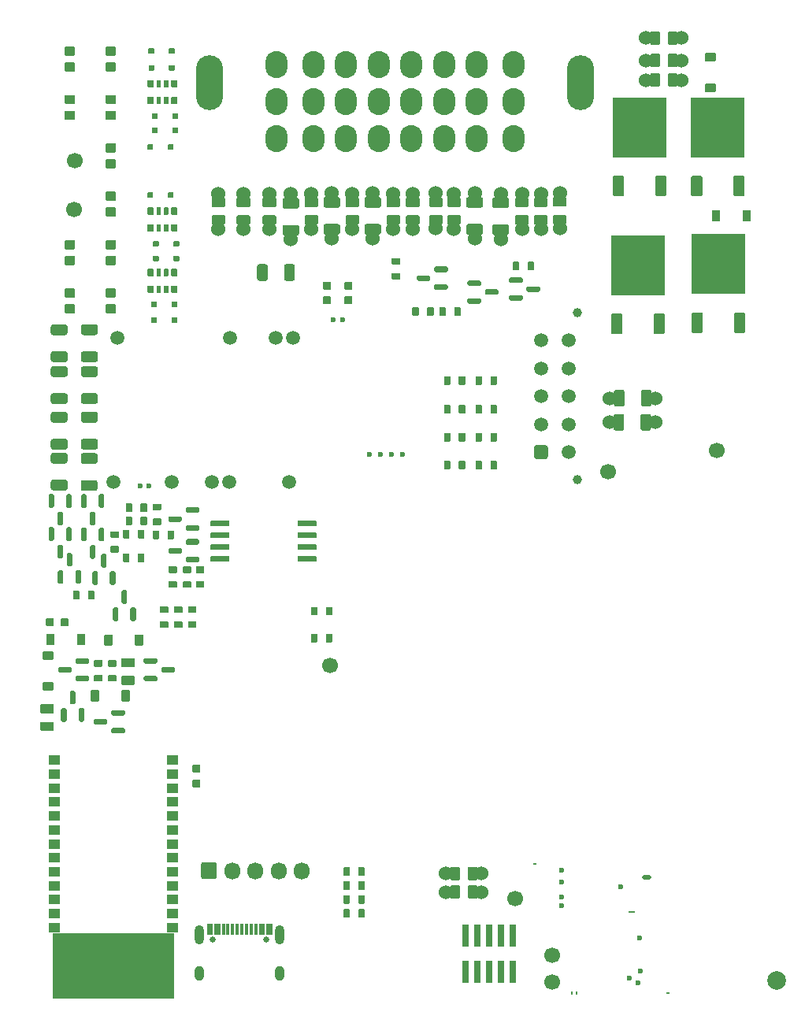
<source format=gts>
G04 #@! TF.GenerationSoftware,KiCad,Pcbnew,7.0.6-7.0.6~ubuntu22.04.1*
G04 #@! TF.CreationDate,2023-07-25T21:17:33+00:00*
G04 #@! TF.ProjectId,alphax_2ch,616c7068-6178-45f3-9263-682e6b696361,G*
G04 #@! TF.SameCoordinates,PX141f5e0PYa2cace0*
G04 #@! TF.FileFunction,Soldermask,Top*
G04 #@! TF.FilePolarity,Negative*
%FSLAX46Y46*%
G04 Gerber Fmt 4.6, Leading zero omitted, Abs format (unit mm)*
G04 Created by KiCad (PCBNEW 7.0.6-7.0.6~ubuntu22.04.1) date 2023-07-25 21:17:33*
%MOMM*%
%LPD*%
G01*
G04 APERTURE LIST*
%ADD10C,0.120000*%
%ADD11C,1.524000*%
%ADD12O,1.700000X1.850000*%
%ADD13C,0.650000*%
%ADD14R,0.300000X1.150000*%
%ADD15O,1.000000X2.100000*%
%ADD16O,1.000000X1.600000*%
%ADD17C,1.700000*%
%ADD18C,1.000000*%
%ADD19C,1.500000*%
%ADD20O,0.499999X0.250000*%
%ADD21O,0.250000X0.499999*%
%ADD22C,0.599999*%
%ADD23C,0.600000*%
%ADD24R,5.800000X6.400000*%
%ADD25R,1.300000X1.000000*%
%ADD26C,2.000000*%
%ADD27O,0.700001X0.200000*%
%ADD28O,1.000001X0.499999*%
%ADD29O,2.900000X5.900000*%
%ADD30O,2.400000X2.900000*%
%ADD31R,0.740000X2.400000*%
G04 APERTURE END LIST*
G04 #@! TO.C,U4*
D10*
X19700000Y200000D02*
X6700000Y200000D01*
X6700000Y7200000D01*
X19700000Y7200000D01*
X19700000Y200000D01*
G36*
X19700000Y200000D02*
G01*
X6700000Y200000D01*
X6700000Y7200000D01*
X19700000Y7200000D01*
X19700000Y200000D01*
G37*
G04 #@! TD*
D11*
G04 #@! TO.C,R8*
X49836417Y82896579D03*
G36*
G01*
X50461417Y83351578D02*
X49211417Y83351578D01*
G75*
G02*
X49111417Y83451578I0J100000D01*
G01*
X49111417Y84251578D01*
G75*
G02*
X49211417Y84351578I100000J0D01*
G01*
X50461417Y84351578D01*
G75*
G02*
X50561417Y84251578I0J-100000D01*
G01*
X50561417Y83451578D01*
G75*
G02*
X50461417Y83351578I-100000J0D01*
G01*
G37*
G36*
G01*
X50461417Y85251600D02*
X49211417Y85251600D01*
G75*
G02*
X49111417Y85351600I0J100000D01*
G01*
X49111417Y86151600D01*
G75*
G02*
X49211417Y86251600I100000J0D01*
G01*
X50461417Y86251600D01*
G75*
G02*
X50561417Y86151600I0J-100000D01*
G01*
X50561417Y85351600D01*
G75*
G02*
X50461417Y85251600I-100000J0D01*
G01*
G37*
X49836417Y86706579D03*
G04 #@! TD*
G04 #@! TO.C,R69*
G36*
G01*
X17510000Y53350000D02*
X18290000Y53350000D01*
G75*
G02*
X18360000Y53280000I0J-70000D01*
G01*
X18360000Y52720000D01*
G75*
G02*
X18290000Y52650000I-70000J0D01*
G01*
X17510000Y52650000D01*
G75*
G02*
X17440000Y52720000I0J70000D01*
G01*
X17440000Y53280000D01*
G75*
G02*
X17510000Y53350000I70000J0D01*
G01*
G37*
G36*
G01*
X17510000Y51750000D02*
X18290000Y51750000D01*
G75*
G02*
X18360000Y51680000I0J-70000D01*
G01*
X18360000Y51120000D01*
G75*
G02*
X18290000Y51050000I-70000J0D01*
G01*
X17510000Y51050000D01*
G75*
G02*
X17440000Y51120000I0J70000D01*
G01*
X17440000Y51680000D01*
G75*
G02*
X17510000Y51750000I70000J0D01*
G01*
G37*
G04 #@! TD*
G04 #@! TO.C,R2*
G36*
G01*
X16900000Y76065000D02*
X16900000Y76735000D01*
G75*
G02*
X16965000Y76800000I65000J0D01*
G01*
X17485000Y76800000D01*
G75*
G02*
X17550000Y76735000I0J-65000D01*
G01*
X17550000Y76065000D01*
G75*
G02*
X17485000Y76000000I-65000J0D01*
G01*
X16965000Y76000000D01*
G75*
G02*
X16900000Y76065000I0J65000D01*
G01*
G37*
G36*
G01*
X17875000Y76045000D02*
X17875000Y76755000D01*
G75*
G02*
X17920000Y76800000I45000J0D01*
G01*
X18280000Y76800000D01*
G75*
G02*
X18325000Y76755000I0J-45000D01*
G01*
X18325000Y76045000D01*
G75*
G02*
X18280000Y76000000I-45000J0D01*
G01*
X17920000Y76000000D01*
G75*
G02*
X17875000Y76045000I0J45000D01*
G01*
G37*
G36*
G01*
X18675000Y76045000D02*
X18675000Y76755000D01*
G75*
G02*
X18720000Y76800000I45000J0D01*
G01*
X19080000Y76800000D01*
G75*
G02*
X19125000Y76755000I0J-45000D01*
G01*
X19125000Y76045000D01*
G75*
G02*
X19080000Y76000000I-45000J0D01*
G01*
X18720000Y76000000D01*
G75*
G02*
X18675000Y76045000I0J45000D01*
G01*
G37*
G36*
G01*
X19450000Y76065000D02*
X19450000Y76735000D01*
G75*
G02*
X19515000Y76800000I65000J0D01*
G01*
X20035000Y76800000D01*
G75*
G02*
X20100000Y76735000I0J-65000D01*
G01*
X20100000Y76065000D01*
G75*
G02*
X20035000Y76000000I-65000J0D01*
G01*
X19515000Y76000000D01*
G75*
G02*
X19450000Y76065000I0J65000D01*
G01*
G37*
G36*
G01*
X19450000Y77865000D02*
X19450000Y78535000D01*
G75*
G02*
X19515000Y78600000I65000J0D01*
G01*
X20035000Y78600000D01*
G75*
G02*
X20100000Y78535000I0J-65000D01*
G01*
X20100000Y77865000D01*
G75*
G02*
X20035000Y77800000I-65000J0D01*
G01*
X19515000Y77800000D01*
G75*
G02*
X19450000Y77865000I0J65000D01*
G01*
G37*
G36*
G01*
X18675000Y77845000D02*
X18675000Y78555000D01*
G75*
G02*
X18720000Y78600000I45000J0D01*
G01*
X19080000Y78600000D01*
G75*
G02*
X19125000Y78555000I0J-45000D01*
G01*
X19125000Y77845000D01*
G75*
G02*
X19080000Y77800000I-45000J0D01*
G01*
X18720000Y77800000D01*
G75*
G02*
X18675000Y77845000I0J45000D01*
G01*
G37*
G36*
G01*
X17875000Y77845000D02*
X17875000Y78555000D01*
G75*
G02*
X17920000Y78600000I45000J0D01*
G01*
X18280000Y78600000D01*
G75*
G02*
X18325000Y78555000I0J-45000D01*
G01*
X18325000Y77845000D01*
G75*
G02*
X18280000Y77800000I-45000J0D01*
G01*
X17920000Y77800000D01*
G75*
G02*
X17875000Y77845000I0J45000D01*
G01*
G37*
G36*
G01*
X16900000Y77865000D02*
X16900000Y78535000D01*
G75*
G02*
X16965000Y78600000I65000J0D01*
G01*
X17485000Y78600000D01*
G75*
G02*
X17550000Y78535000I0J-65000D01*
G01*
X17550000Y77865000D01*
G75*
G02*
X17485000Y77800000I-65000J0D01*
G01*
X16965000Y77800000D01*
G75*
G02*
X16900000Y77865000I0J65000D01*
G01*
G37*
G04 #@! TD*
G04 #@! TO.C,R56*
G36*
G01*
X50550000Y74390000D02*
X50550000Y73610000D01*
G75*
G02*
X50480000Y73540000I-70000J0D01*
G01*
X49920000Y73540000D01*
G75*
G02*
X49850000Y73610000I0J70000D01*
G01*
X49850000Y74390000D01*
G75*
G02*
X49920000Y74460000I70000J0D01*
G01*
X50480000Y74460000D01*
G75*
G02*
X50550000Y74390000I0J-70000D01*
G01*
G37*
G36*
G01*
X48950000Y74390000D02*
X48950000Y73610000D01*
G75*
G02*
X48880000Y73540000I-70000J0D01*
G01*
X48320000Y73540000D01*
G75*
G02*
X48250000Y73610000I0J70000D01*
G01*
X48250000Y74390000D01*
G75*
G02*
X48320000Y74460000I70000J0D01*
G01*
X48880000Y74460000D01*
G75*
G02*
X48950000Y74390000I0J-70000D01*
G01*
G37*
G04 #@! TD*
G04 #@! TO.C,R38*
G36*
G01*
X52150000Y66210000D02*
X52150000Y66990000D01*
G75*
G02*
X52220000Y67060000I70000J0D01*
G01*
X52780000Y67060000D01*
G75*
G02*
X52850000Y66990000I0J-70000D01*
G01*
X52850000Y66210000D01*
G75*
G02*
X52780000Y66140000I-70000J0D01*
G01*
X52220000Y66140000D01*
G75*
G02*
X52150000Y66210000I0J70000D01*
G01*
G37*
G36*
G01*
X53750000Y66210000D02*
X53750000Y66990000D01*
G75*
G02*
X53820000Y67060000I70000J0D01*
G01*
X54380000Y67060000D01*
G75*
G02*
X54450000Y66990000I0J-70000D01*
G01*
X54450000Y66210000D01*
G75*
G02*
X54380000Y66140000I-70000J0D01*
G01*
X53820000Y66140000D01*
G75*
G02*
X53750000Y66210000I0J70000D01*
G01*
G37*
G04 #@! TD*
G04 #@! TO.C,C3*
G36*
G01*
X22500000Y22864999D02*
X21820000Y22864999D01*
G75*
G02*
X21735000Y22949999I0J85000D01*
G01*
X21735000Y23629999D01*
G75*
G02*
X21820000Y23714999I85000J0D01*
G01*
X22500000Y23714999D01*
G75*
G02*
X22585000Y23629999I0J-85000D01*
G01*
X22585000Y22949999D01*
G75*
G02*
X22500000Y22864999I-85000J0D01*
G01*
G37*
G36*
G01*
X22500000Y24445001D02*
X21820000Y24445001D01*
G75*
G02*
X21735000Y24530001I0J85000D01*
G01*
X21735000Y25210001D01*
G75*
G02*
X21820000Y25295001I85000J0D01*
G01*
X22500000Y25295001D01*
G75*
G02*
X22585000Y25210001I0J-85000D01*
G01*
X22585000Y24530001D01*
G75*
G02*
X22500000Y24445001I-85000J0D01*
G01*
G37*
G04 #@! TD*
G04 #@! TO.C,R9*
X47882571Y82918049D03*
G36*
G01*
X48507571Y83373048D02*
X47257571Y83373048D01*
G75*
G02*
X47157571Y83473048I0J100000D01*
G01*
X47157571Y84273048D01*
G75*
G02*
X47257571Y84373048I100000J0D01*
G01*
X48507571Y84373048D01*
G75*
G02*
X48607571Y84273048I0J-100000D01*
G01*
X48607571Y83473048D01*
G75*
G02*
X48507571Y83373048I-100000J0D01*
G01*
G37*
G36*
G01*
X48507571Y85273070D02*
X47257571Y85273070D01*
G75*
G02*
X47157571Y85373070I0J100000D01*
G01*
X47157571Y86173070D01*
G75*
G02*
X47257571Y86273070I100000J0D01*
G01*
X48507571Y86273070D01*
G75*
G02*
X48607571Y86173070I0J-100000D01*
G01*
X48607571Y85373070D01*
G75*
G02*
X48507571Y85273070I-100000J0D01*
G01*
G37*
X47882571Y86728049D03*
G04 #@! TD*
G04 #@! TO.C,R21*
G36*
G01*
X8300000Y60094990D02*
X8300000Y59404990D01*
G75*
G02*
X8070000Y59174990I-230000J0D01*
G01*
X6730000Y59174990D01*
G75*
G02*
X6500000Y59404990I0J230000D01*
G01*
X6500000Y60094990D01*
G75*
G02*
X6730000Y60324990I230000J0D01*
G01*
X8070000Y60324990D01*
G75*
G02*
X8300000Y60094990I0J-230000D01*
G01*
G37*
G36*
G01*
X8300000Y62995010D02*
X8300000Y62305010D01*
G75*
G02*
X8070000Y62075010I-230000J0D01*
G01*
X6730000Y62075010D01*
G75*
G02*
X6500000Y62305010I0J230000D01*
G01*
X6500000Y62995010D01*
G75*
G02*
X6730000Y63225010I230000J0D01*
G01*
X8070000Y63225010D01*
G75*
G02*
X8300000Y62995010I0J-230000D01*
G01*
G37*
G04 #@! TD*
G04 #@! TO.C,F7*
X66550000Y62100000D03*
G36*
G01*
X67894990Y61200000D02*
X67204990Y61200000D01*
G75*
G02*
X66974990Y61430000I0J230000D01*
G01*
X66974990Y62770000D01*
G75*
G02*
X67204990Y63000000I230000J0D01*
G01*
X67894990Y63000000D01*
G75*
G02*
X68124990Y62770000I0J-230000D01*
G01*
X68124990Y61430000D01*
G75*
G02*
X67894990Y61200000I-230000J0D01*
G01*
G37*
G36*
G01*
X70795010Y61200000D02*
X70105010Y61200000D01*
G75*
G02*
X69875010Y61430000I0J230000D01*
G01*
X69875010Y62770000D01*
G75*
G02*
X70105010Y63000000I230000J0D01*
G01*
X70795010Y63000000D01*
G75*
G02*
X71025010Y62770000I0J-230000D01*
G01*
X71025010Y61430000D01*
G75*
G02*
X70795010Y61200000I-230000J0D01*
G01*
G37*
X71450000Y62100000D03*
G04 #@! TD*
G04 #@! TO.C,Q3*
G36*
G01*
X14465000Y29110000D02*
X14465000Y28810000D01*
G75*
G02*
X14315000Y28660000I-150000J0D01*
G01*
X13140000Y28660000D01*
G75*
G02*
X12990000Y28810000I0J150000D01*
G01*
X12990000Y29110000D01*
G75*
G02*
X13140000Y29260000I150000J0D01*
G01*
X14315000Y29260000D01*
G75*
G02*
X14465000Y29110000I0J-150000D01*
G01*
G37*
G36*
G01*
X12590000Y30060000D02*
X12590000Y29760000D01*
G75*
G02*
X12440000Y29610000I-150000J0D01*
G01*
X11265000Y29610000D01*
G75*
G02*
X11115000Y29760000I0J150000D01*
G01*
X11115000Y30060000D01*
G75*
G02*
X11265000Y30210000I150000J0D01*
G01*
X12440000Y30210000D01*
G75*
G02*
X12590000Y30060000I0J-150000D01*
G01*
G37*
G36*
G01*
X14465000Y31010000D02*
X14465000Y30710000D01*
G75*
G02*
X14315000Y30560000I-150000J0D01*
G01*
X13140000Y30560000D01*
G75*
G02*
X12990000Y30710000I0J150000D01*
G01*
X12990000Y31010000D01*
G75*
G02*
X13140000Y31160000I150000J0D01*
G01*
X14315000Y31160000D01*
G75*
G02*
X14465000Y31010000I0J-150000D01*
G01*
G37*
G04 #@! TD*
G04 #@! TO.C,F4*
X36700000Y86750000D03*
G36*
G01*
X35800000Y85405010D02*
X35800000Y86095010D01*
G75*
G02*
X36030000Y86325010I230000J0D01*
G01*
X37370000Y86325010D01*
G75*
G02*
X37600000Y86095010I0J-230000D01*
G01*
X37600000Y85405010D01*
G75*
G02*
X37370000Y85175010I-230000J0D01*
G01*
X36030000Y85175010D01*
G75*
G02*
X35800000Y85405010I0J230000D01*
G01*
G37*
G36*
G01*
X35800000Y82504990D02*
X35800000Y83194990D01*
G75*
G02*
X36030000Y83424990I230000J0D01*
G01*
X37370000Y83424990D01*
G75*
G02*
X37600000Y83194990I0J-230000D01*
G01*
X37600000Y82504990D01*
G75*
G02*
X37370000Y82274990I-230000J0D01*
G01*
X36030000Y82274990D01*
G75*
G02*
X35800000Y82504990I0J230000D01*
G01*
G37*
X36700000Y81850000D03*
G04 #@! TD*
G04 #@! TO.C,Q13*
G36*
G01*
X49175000Y76800000D02*
X49175000Y76500000D01*
G75*
G02*
X49025000Y76350000I-150000J0D01*
G01*
X47850000Y76350000D01*
G75*
G02*
X47700000Y76500000I0J150000D01*
G01*
X47700000Y76800000D01*
G75*
G02*
X47850000Y76950000I150000J0D01*
G01*
X49025000Y76950000D01*
G75*
G02*
X49175000Y76800000I0J-150000D01*
G01*
G37*
G36*
G01*
X47300000Y77750000D02*
X47300000Y77450000D01*
G75*
G02*
X47150000Y77300000I-150000J0D01*
G01*
X45975000Y77300000D01*
G75*
G02*
X45825000Y77450000I0J150000D01*
G01*
X45825000Y77750000D01*
G75*
G02*
X45975000Y77900000I150000J0D01*
G01*
X47150000Y77900000D01*
G75*
G02*
X47300000Y77750000I0J-150000D01*
G01*
G37*
G36*
G01*
X49175000Y78700000D02*
X49175000Y78400000D01*
G75*
G02*
X49025000Y78250000I-150000J0D01*
G01*
X47850000Y78250000D01*
G75*
G02*
X47700000Y78400000I0J150000D01*
G01*
X47700000Y78700000D01*
G75*
G02*
X47850000Y78850000I150000J0D01*
G01*
X49025000Y78850000D01*
G75*
G02*
X49175000Y78700000I0J-150000D01*
G01*
G37*
G04 #@! TD*
G04 #@! TO.C,D1*
G36*
G01*
X17561499Y80000000D02*
X18041499Y80000000D01*
G75*
G02*
X18101499Y79940000I0J-60000D01*
G01*
X18101499Y79460000D01*
G75*
G02*
X18041499Y79400000I-60000J0D01*
G01*
X17561499Y79400000D01*
G75*
G02*
X17501499Y79460000I0J60000D01*
G01*
X17501499Y79940000D01*
G75*
G02*
X17561499Y80000000I60000J0D01*
G01*
G37*
G36*
G01*
X19761499Y80000000D02*
X20241499Y80000000D01*
G75*
G02*
X20301499Y79940000I0J-60000D01*
G01*
X20301499Y79460000D01*
G75*
G02*
X20241499Y79400000I-60000J0D01*
G01*
X19761499Y79400000D01*
G75*
G02*
X19701499Y79460000I0J60000D01*
G01*
X19701499Y79940000D01*
G75*
G02*
X19761499Y80000000I60000J0D01*
G01*
G37*
G04 #@! TD*
G04 #@! TO.C,D15*
G36*
G01*
X13399998Y84200001D02*
X12499998Y84200001D01*
G75*
G02*
X12399998Y84300001I0J100000D01*
G01*
X12399998Y85100001D01*
G75*
G02*
X12499998Y85200001I100000J0D01*
G01*
X13399998Y85200001D01*
G75*
G02*
X13499998Y85100001I0J-100000D01*
G01*
X13499998Y84300001D01*
G75*
G02*
X13399998Y84200001I-100000J0D01*
G01*
G37*
G36*
G01*
X13399998Y85900001D02*
X12499998Y85900001D01*
G75*
G02*
X12399998Y86000001I0J100000D01*
G01*
X12399998Y86800001D01*
G75*
G02*
X12499998Y86900001I100000J0D01*
G01*
X13399998Y86900001D01*
G75*
G02*
X13499998Y86800001I0J-100000D01*
G01*
X13499998Y86000001D01*
G75*
G02*
X13399998Y85900001I-100000J0D01*
G01*
G37*
G04 #@! TD*
G04 #@! TO.C,R52*
G36*
G01*
X37950000Y13410000D02*
X37950000Y14190000D01*
G75*
G02*
X38020000Y14260000I70000J0D01*
G01*
X38580000Y14260000D01*
G75*
G02*
X38650000Y14190000I0J-70000D01*
G01*
X38650000Y13410000D01*
G75*
G02*
X38580000Y13340000I-70000J0D01*
G01*
X38020000Y13340000D01*
G75*
G02*
X37950000Y13410000I0J70000D01*
G01*
G37*
G36*
G01*
X39550000Y13410000D02*
X39550000Y14190000D01*
G75*
G02*
X39620000Y14260000I70000J0D01*
G01*
X40180000Y14260000D01*
G75*
G02*
X40250000Y14190000I0J-70000D01*
G01*
X40250000Y13410000D01*
G75*
G02*
X40180000Y13340000I-70000J0D01*
G01*
X39620000Y13340000D01*
G75*
G02*
X39550000Y13410000I0J70000D01*
G01*
G37*
G04 #@! TD*
G04 #@! TO.C,D6*
G36*
G01*
X17058502Y102312502D02*
X17538502Y102312502D01*
G75*
G02*
X17598502Y102252502I0J-60000D01*
G01*
X17598502Y101772502D01*
G75*
G02*
X17538502Y101712502I-60000J0D01*
G01*
X17058502Y101712502D01*
G75*
G02*
X16998502Y101772502I0J60000D01*
G01*
X16998502Y102252502D01*
G75*
G02*
X17058502Y102312502I60000J0D01*
G01*
G37*
G36*
G01*
X19258502Y102312502D02*
X19738502Y102312502D01*
G75*
G02*
X19798502Y102252502I0J-60000D01*
G01*
X19798502Y101772502D01*
G75*
G02*
X19738502Y101712502I-60000J0D01*
G01*
X19258502Y101712502D01*
G75*
G02*
X19198502Y101772502I0J60000D01*
G01*
X19198502Y102252502D01*
G75*
G02*
X19258502Y102312502I60000J0D01*
G01*
G37*
G04 #@! TD*
G04 #@! TO.C,J5*
G36*
G01*
X22650000Y13225000D02*
X22650000Y14575000D01*
G75*
G02*
X22900000Y14825000I250000J0D01*
G01*
X24100000Y14825000D01*
G75*
G02*
X24350000Y14575000I0J-250000D01*
G01*
X24350000Y13225000D01*
G75*
G02*
X24100000Y12975000I-250000J0D01*
G01*
X22900000Y12975000D01*
G75*
G02*
X22650000Y13225000I0J250000D01*
G01*
G37*
D12*
X26000000Y13900000D03*
X28500000Y13900000D03*
X31000000Y13900000D03*
X33500000Y13900000D03*
G04 #@! TD*
D13*
G04 #@! TO.C,J6*
X23910000Y6520000D03*
X29690000Y6520000D03*
D14*
X23450000Y7585000D03*
X24250000Y7585000D03*
X25550000Y7585000D03*
X26550000Y7585000D03*
X27050000Y7585000D03*
X28050000Y7585000D03*
X29350000Y7585000D03*
X30150000Y7585000D03*
X29850000Y7585000D03*
X29050000Y7585000D03*
X28550000Y7585000D03*
X27550000Y7585000D03*
X26050000Y7585000D03*
X25050000Y7585000D03*
X24550000Y7585000D03*
X23750000Y7585000D03*
D15*
X22480000Y7020000D03*
D16*
X22480000Y2840000D03*
D15*
X31120000Y7020000D03*
D16*
X31120000Y2840000D03*
G04 #@! TD*
G04 #@! TO.C,Q1*
G36*
G01*
X10637500Y34700000D02*
X10637500Y34400000D01*
G75*
G02*
X10487500Y34250000I-150000J0D01*
G01*
X9312500Y34250000D01*
G75*
G02*
X9162500Y34400000I0J150000D01*
G01*
X9162500Y34700000D01*
G75*
G02*
X9312500Y34850000I150000J0D01*
G01*
X10487500Y34850000D01*
G75*
G02*
X10637500Y34700000I0J-150000D01*
G01*
G37*
G36*
G01*
X8762500Y35650000D02*
X8762500Y35350000D01*
G75*
G02*
X8612500Y35200000I-150000J0D01*
G01*
X7437500Y35200000D01*
G75*
G02*
X7287500Y35350000I0J150000D01*
G01*
X7287500Y35650000D01*
G75*
G02*
X7437500Y35800000I150000J0D01*
G01*
X8612500Y35800000D01*
G75*
G02*
X8762500Y35650000I0J-150000D01*
G01*
G37*
G36*
G01*
X10637500Y36600000D02*
X10637500Y36300000D01*
G75*
G02*
X10487500Y36150000I-150000J0D01*
G01*
X9312500Y36150000D01*
G75*
G02*
X9162500Y36300000I0J150000D01*
G01*
X9162500Y36600000D01*
G75*
G02*
X9312500Y36750000I150000J0D01*
G01*
X10487500Y36750000D01*
G75*
G02*
X10637500Y36600000I0J-150000D01*
G01*
G37*
G04 #@! TD*
G04 #@! TO.C,R24*
G36*
G01*
X8300000Y64994990D02*
X8300000Y64304990D01*
G75*
G02*
X8070000Y64074990I-230000J0D01*
G01*
X6730000Y64074990D01*
G75*
G02*
X6500000Y64304990I0J230000D01*
G01*
X6500000Y64994990D01*
G75*
G02*
X6730000Y65224990I230000J0D01*
G01*
X8070000Y65224990D01*
G75*
G02*
X8300000Y64994990I0J-230000D01*
G01*
G37*
G36*
G01*
X8300000Y67895010D02*
X8300000Y67205010D01*
G75*
G02*
X8070000Y66975010I-230000J0D01*
G01*
X6730000Y66975010D01*
G75*
G02*
X6500000Y67205010I0J230000D01*
G01*
X6500000Y67895010D01*
G75*
G02*
X6730000Y68125010I230000J0D01*
G01*
X8070000Y68125010D01*
G75*
G02*
X8300000Y67895010I0J-230000D01*
G01*
G37*
G04 #@! TD*
G04 #@! TO.C,D12*
G36*
G01*
X13399998Y79000001D02*
X12499998Y79000001D01*
G75*
G02*
X12399998Y79100001I0J100000D01*
G01*
X12399998Y79900001D01*
G75*
G02*
X12499998Y80000001I100000J0D01*
G01*
X13399998Y80000001D01*
G75*
G02*
X13499998Y79900001I0J-100000D01*
G01*
X13499998Y79100001D01*
G75*
G02*
X13399998Y79000001I-100000J0D01*
G01*
G37*
G36*
G01*
X13399998Y80700001D02*
X12499998Y80700001D01*
G75*
G02*
X12399998Y80800001I0J100000D01*
G01*
X12399998Y81600001D01*
G75*
G02*
X12499998Y81700001I100000J0D01*
G01*
X13399998Y81700001D01*
G75*
G02*
X13499998Y81600001I0J-100000D01*
G01*
X13499998Y80800001D01*
G75*
G02*
X13399998Y80700001I-100000J0D01*
G01*
G37*
G04 #@! TD*
D17*
G04 #@! TO.C,P2*
X78100000Y59100000D03*
G04 #@! TD*
G04 #@! TO.C,D22*
G36*
G01*
X17060000Y100500000D02*
X17540000Y100500000D01*
G75*
G02*
X17600000Y100440000I0J-60000D01*
G01*
X17600000Y99960000D01*
G75*
G02*
X17540000Y99900000I-60000J0D01*
G01*
X17060000Y99900000D01*
G75*
G02*
X17000000Y99960000I0J60000D01*
G01*
X17000000Y100440000D01*
G75*
G02*
X17060000Y100500000I60000J0D01*
G01*
G37*
G36*
G01*
X19260000Y100500000D02*
X19740000Y100500000D01*
G75*
G02*
X19800000Y100440000I0J-60000D01*
G01*
X19800000Y99960000D01*
G75*
G02*
X19740000Y99900000I-60000J0D01*
G01*
X19260000Y99900000D01*
G75*
G02*
X19200000Y99960000I0J60000D01*
G01*
X19200000Y100440000D01*
G75*
G02*
X19260000Y100500000I60000J0D01*
G01*
G37*
G04 #@! TD*
G04 #@! TO.C,R32*
G36*
G01*
X58450000Y79290000D02*
X58450000Y78510000D01*
G75*
G02*
X58380000Y78440000I-70000J0D01*
G01*
X57820000Y78440000D01*
G75*
G02*
X57750000Y78510000I0J70000D01*
G01*
X57750000Y79290000D01*
G75*
G02*
X57820000Y79360000I70000J0D01*
G01*
X58380000Y79360000D01*
G75*
G02*
X58450000Y79290000I0J-70000D01*
G01*
G37*
G36*
G01*
X56850000Y79290000D02*
X56850000Y78510000D01*
G75*
G02*
X56780000Y78440000I-70000J0D01*
G01*
X56220000Y78440000D01*
G75*
G02*
X56150000Y78510000I0J70000D01*
G01*
X56150000Y79290000D01*
G75*
G02*
X56220000Y79360000I70000J0D01*
G01*
X56780000Y79360000D01*
G75*
G02*
X56850000Y79290000I0J-70000D01*
G01*
G37*
G04 #@! TD*
G04 #@! TO.C,D11*
G36*
G01*
X13399998Y94600001D02*
X12499998Y94600001D01*
G75*
G02*
X12399998Y94700001I0J100000D01*
G01*
X12399998Y95500001D01*
G75*
G02*
X12499998Y95600001I100000J0D01*
G01*
X13399998Y95600001D01*
G75*
G02*
X13499998Y95500001I0J-100000D01*
G01*
X13499998Y94700001D01*
G75*
G02*
X13399998Y94600001I-100000J0D01*
G01*
G37*
G36*
G01*
X13399998Y96300001D02*
X12499998Y96300001D01*
G75*
G02*
X12399998Y96400001I0J100000D01*
G01*
X12399998Y97200001D01*
G75*
G02*
X12499998Y97300001I100000J0D01*
G01*
X13399998Y97300001D01*
G75*
G02*
X13499998Y97200001I0J-100000D01*
G01*
X13499998Y96400001D01*
G75*
G02*
X13399998Y96300001I-100000J0D01*
G01*
G37*
G04 #@! TD*
D11*
G04 #@! TO.C,R11*
X24500000Y82895000D03*
G36*
G01*
X25125000Y83349999D02*
X23875000Y83349999D01*
G75*
G02*
X23775000Y83449999I0J100000D01*
G01*
X23775000Y84249999D01*
G75*
G02*
X23875000Y84349999I100000J0D01*
G01*
X25125000Y84349999D01*
G75*
G02*
X25225000Y84249999I0J-100000D01*
G01*
X25225000Y83449999D01*
G75*
G02*
X25125000Y83349999I-100000J0D01*
G01*
G37*
G36*
G01*
X25125000Y85250021D02*
X23875000Y85250021D01*
G75*
G02*
X23775000Y85350021I0J100000D01*
G01*
X23775000Y86150021D01*
G75*
G02*
X23875000Y86250021I100000J0D01*
G01*
X25125000Y86250021D01*
G75*
G02*
X25225000Y86150021I0J-100000D01*
G01*
X25225000Y85350021D01*
G75*
G02*
X25125000Y85250021I-100000J0D01*
G01*
G37*
X24500000Y86705000D03*
G04 #@! TD*
G04 #@! TO.C,R6*
X74305000Y103400000D03*
G36*
G01*
X73850001Y104025000D02*
X73850001Y102775000D01*
G75*
G02*
X73750001Y102675000I-100000J0D01*
G01*
X72950001Y102675000D01*
G75*
G02*
X72850001Y102775000I0J100000D01*
G01*
X72850001Y104025000D01*
G75*
G02*
X72950001Y104125000I100000J0D01*
G01*
X73750001Y104125000D01*
G75*
G02*
X73850001Y104025000I0J-100000D01*
G01*
G37*
G36*
G01*
X71949979Y104025000D02*
X71949979Y102775000D01*
G75*
G02*
X71849979Y102675000I-100000J0D01*
G01*
X71049979Y102675000D01*
G75*
G02*
X70949979Y102775000I0J100000D01*
G01*
X70949979Y104025000D01*
G75*
G02*
X71049979Y104125000I100000J0D01*
G01*
X71849979Y104125000D01*
G75*
G02*
X71949979Y104025000I0J-100000D01*
G01*
G37*
X70495000Y103400000D03*
G04 #@! TD*
D18*
G04 #@! TO.C,J1*
X63125000Y55900000D03*
X63125000Y73900000D03*
G36*
G01*
X59684999Y58150000D02*
X58685001Y58150000D01*
G75*
G02*
X58435000Y58400001I0J250001D01*
G01*
X58435000Y59399999D01*
G75*
G02*
X58685001Y59650000I250001J0D01*
G01*
X59684999Y59650000D01*
G75*
G02*
X59935000Y59399999I0J-250001D01*
G01*
X59935000Y58400001D01*
G75*
G02*
X59684999Y58150000I-250001J0D01*
G01*
G37*
D19*
X59185000Y61900000D03*
X59185000Y64900000D03*
X59185000Y67900000D03*
X59185000Y70900000D03*
X62185000Y58900000D03*
X62185000Y61900000D03*
X62185000Y64900000D03*
X62185000Y67900000D03*
X62185000Y70900000D03*
G04 #@! TD*
G04 #@! TO.C,R36*
G36*
G01*
X11522072Y55654980D02*
X11522072Y54964980D01*
G75*
G02*
X11292072Y54734980I-230000J0D01*
G01*
X9952072Y54734980D01*
G75*
G02*
X9722072Y54964980I0J230000D01*
G01*
X9722072Y55654980D01*
G75*
G02*
X9952072Y55884980I230000J0D01*
G01*
X11292072Y55884980D01*
G75*
G02*
X11522072Y55654980I0J-230000D01*
G01*
G37*
G36*
G01*
X11522072Y58555000D02*
X11522072Y57865000D01*
G75*
G02*
X11292072Y57635000I-230000J0D01*
G01*
X9952072Y57635000D01*
G75*
G02*
X9722072Y57865000I0J230000D01*
G01*
X9722072Y58555000D01*
G75*
G02*
X9952072Y58785000I230000J0D01*
G01*
X11292072Y58785000D01*
G75*
G02*
X11522072Y58555000I0J-230000D01*
G01*
G37*
G04 #@! TD*
G04 #@! TO.C,R39*
G36*
G01*
X52150000Y63110000D02*
X52150000Y63890000D01*
G75*
G02*
X52220000Y63960000I70000J0D01*
G01*
X52780000Y63960000D01*
G75*
G02*
X52850000Y63890000I0J-70000D01*
G01*
X52850000Y63110000D01*
G75*
G02*
X52780000Y63040000I-70000J0D01*
G01*
X52220000Y63040000D01*
G75*
G02*
X52150000Y63110000I0J70000D01*
G01*
G37*
G36*
G01*
X53750000Y63110000D02*
X53750000Y63890000D01*
G75*
G02*
X53820000Y63960000I70000J0D01*
G01*
X54380000Y63960000D01*
G75*
G02*
X54450000Y63890000I0J-70000D01*
G01*
X54450000Y63110000D01*
G75*
G02*
X54380000Y63040000I-70000J0D01*
G01*
X53820000Y63040000D01*
G75*
G02*
X53750000Y63110000I0J70000D01*
G01*
G37*
G04 #@! TD*
G04 #@! TO.C,R64*
G36*
G01*
X19210000Y46600000D02*
X19990000Y46600000D01*
G75*
G02*
X20060000Y46530000I0J-70000D01*
G01*
X20060000Y45970000D01*
G75*
G02*
X19990000Y45900000I-70000J0D01*
G01*
X19210000Y45900000D01*
G75*
G02*
X19140000Y45970000I0J70000D01*
G01*
X19140000Y46530000D01*
G75*
G02*
X19210000Y46600000I70000J0D01*
G01*
G37*
G36*
G01*
X19210000Y45000000D02*
X19990000Y45000000D01*
G75*
G02*
X20060000Y44930000I0J-70000D01*
G01*
X20060000Y44370000D01*
G75*
G02*
X19990000Y44300000I-70000J0D01*
G01*
X19210000Y44300000D01*
G75*
G02*
X19140000Y44370000I0J70000D01*
G01*
X19140000Y44930000D01*
G75*
G02*
X19210000Y45000000I70000J0D01*
G01*
G37*
G04 #@! TD*
G04 #@! TO.C,Q4*
G36*
G01*
X8300000Y54375000D02*
X8600000Y54375000D01*
G75*
G02*
X8750000Y54225000I0J-150000D01*
G01*
X8750000Y53050000D01*
G75*
G02*
X8600000Y52900000I-150000J0D01*
G01*
X8300000Y52900000D01*
G75*
G02*
X8150000Y53050000I0J150000D01*
G01*
X8150000Y54225000D01*
G75*
G02*
X8300000Y54375000I150000J0D01*
G01*
G37*
G36*
G01*
X7350000Y52500000D02*
X7650000Y52500000D01*
G75*
G02*
X7800000Y52350000I0J-150000D01*
G01*
X7800000Y51175000D01*
G75*
G02*
X7650000Y51025000I-150000J0D01*
G01*
X7350000Y51025000D01*
G75*
G02*
X7200000Y51175000I0J150000D01*
G01*
X7200000Y52350000D01*
G75*
G02*
X7350000Y52500000I150000J0D01*
G01*
G37*
G36*
G01*
X6400000Y54375000D02*
X6700000Y54375000D01*
G75*
G02*
X6850000Y54225000I0J-150000D01*
G01*
X6850000Y53050000D01*
G75*
G02*
X6700000Y52900000I-150000J0D01*
G01*
X6400000Y52900000D01*
G75*
G02*
X6250000Y53050000I0J150000D01*
G01*
X6250000Y54225000D01*
G75*
G02*
X6400000Y54375000I150000J0D01*
G01*
G37*
G04 #@! TD*
G04 #@! TO.C,R30*
G36*
G01*
X14550000Y51110000D02*
X14550000Y51890000D01*
G75*
G02*
X14620000Y51960000I70000J0D01*
G01*
X15180000Y51960000D01*
G75*
G02*
X15250000Y51890000I0J-70000D01*
G01*
X15250000Y51110000D01*
G75*
G02*
X15180000Y51040000I-70000J0D01*
G01*
X14620000Y51040000D01*
G75*
G02*
X14550000Y51110000I0J70000D01*
G01*
G37*
G36*
G01*
X16150000Y51110000D02*
X16150000Y51890000D01*
G75*
G02*
X16220000Y51960000I70000J0D01*
G01*
X16780000Y51960000D01*
G75*
G02*
X16850000Y51890000I0J-70000D01*
G01*
X16850000Y51110000D01*
G75*
G02*
X16780000Y51040000I-70000J0D01*
G01*
X16220000Y51040000D01*
G75*
G02*
X16150000Y51110000I0J70000D01*
G01*
G37*
G04 #@! TD*
G04 #@! TO.C,Q15*
G36*
G01*
X11800000Y54375000D02*
X12100000Y54375000D01*
G75*
G02*
X12250000Y54225000I0J-150000D01*
G01*
X12250000Y53050000D01*
G75*
G02*
X12100000Y52900000I-150000J0D01*
G01*
X11800000Y52900000D01*
G75*
G02*
X11650000Y53050000I0J150000D01*
G01*
X11650000Y54225000D01*
G75*
G02*
X11800000Y54375000I150000J0D01*
G01*
G37*
G36*
G01*
X10850000Y52500000D02*
X11150000Y52500000D01*
G75*
G02*
X11300000Y52350000I0J-150000D01*
G01*
X11300000Y51175000D01*
G75*
G02*
X11150000Y51025000I-150000J0D01*
G01*
X10850000Y51025000D01*
G75*
G02*
X10700000Y51175000I0J150000D01*
G01*
X10700000Y52350000D01*
G75*
G02*
X10850000Y52500000I150000J0D01*
G01*
G37*
G36*
G01*
X9900000Y54375000D02*
X10200000Y54375000D01*
G75*
G02*
X10350000Y54225000I0J-150000D01*
G01*
X10350000Y53050000D01*
G75*
G02*
X10200000Y52900000I-150000J0D01*
G01*
X9900000Y52900000D01*
G75*
G02*
X9750000Y53050000I0J150000D01*
G01*
X9750000Y54225000D01*
G75*
G02*
X9900000Y54375000I150000J0D01*
G01*
G37*
G04 #@! TD*
D11*
G04 #@! TO.C,R17*
X38900000Y82895000D03*
G36*
G01*
X39525000Y83349999D02*
X38275000Y83349999D01*
G75*
G02*
X38175000Y83449999I0J100000D01*
G01*
X38175000Y84249999D01*
G75*
G02*
X38275000Y84349999I100000J0D01*
G01*
X39525000Y84349999D01*
G75*
G02*
X39625000Y84249999I0J-100000D01*
G01*
X39625000Y83449999D01*
G75*
G02*
X39525000Y83349999I-100000J0D01*
G01*
G37*
G36*
G01*
X39525000Y85250021D02*
X38275000Y85250021D01*
G75*
G02*
X38175000Y85350021I0J100000D01*
G01*
X38175000Y86150021D01*
G75*
G02*
X38275000Y86250021I100000J0D01*
G01*
X39525000Y86250021D01*
G75*
G02*
X39625000Y86150021I0J-100000D01*
G01*
X39625000Y85350021D01*
G75*
G02*
X39525000Y85250021I-100000J0D01*
G01*
G37*
X38900000Y86705000D03*
G04 #@! TD*
G04 #@! TO.C,C6*
G36*
G01*
X8415001Y40940000D02*
X8415001Y40260000D01*
G75*
G02*
X8330001Y40175000I-85000J0D01*
G01*
X7650001Y40175000D01*
G75*
G02*
X7565001Y40260000I0J85000D01*
G01*
X7565001Y40940000D01*
G75*
G02*
X7650001Y41025000I85000J0D01*
G01*
X8330001Y41025000D01*
G75*
G02*
X8415001Y40940000I0J-85000D01*
G01*
G37*
G36*
G01*
X6834999Y40940000D02*
X6834999Y40260000D01*
G75*
G02*
X6749999Y40175000I-85000J0D01*
G01*
X6069999Y40175000D01*
G75*
G02*
X5984999Y40260000I0J85000D01*
G01*
X5984999Y40940000D01*
G75*
G02*
X6069999Y41025000I85000J0D01*
G01*
X6749999Y41025000D01*
G75*
G02*
X6834999Y40940000I0J-85000D01*
G01*
G37*
G04 #@! TD*
G04 #@! TO.C,R33*
G36*
G01*
X43990000Y77450000D02*
X43210000Y77450000D01*
G75*
G02*
X43140000Y77520000I0J70000D01*
G01*
X43140000Y78080000D01*
G75*
G02*
X43210000Y78150000I70000J0D01*
G01*
X43990000Y78150000D01*
G75*
G02*
X44060000Y78080000I0J-70000D01*
G01*
X44060000Y77520000D01*
G75*
G02*
X43990000Y77450000I-70000J0D01*
G01*
G37*
G36*
G01*
X43990000Y79050000D02*
X43210000Y79050000D01*
G75*
G02*
X43140000Y79120000I0J70000D01*
G01*
X43140000Y79680000D01*
G75*
G02*
X43210000Y79750000I70000J0D01*
G01*
X43990000Y79750000D01*
G75*
G02*
X44060000Y79680000I0J-70000D01*
G01*
X44060000Y79120000D01*
G75*
G02*
X43990000Y79050000I-70000J0D01*
G01*
G37*
G04 #@! TD*
D20*
G04 #@! TO.C,M8*
X72877495Y726666D03*
D21*
X62527501Y776664D03*
X63027502Y776664D03*
D22*
X69577499Y1826662D03*
X68702497Y2351662D03*
X69877501Y3101660D03*
X69802498Y6651661D03*
G04 #@! TD*
G04 #@! TO.C,R63*
G36*
G01*
X21310000Y42300000D02*
X22090000Y42300000D01*
G75*
G02*
X22160000Y42230000I0J-70000D01*
G01*
X22160000Y41670000D01*
G75*
G02*
X22090000Y41600000I-70000J0D01*
G01*
X21310000Y41600000D01*
G75*
G02*
X21240000Y41670000I0J70000D01*
G01*
X21240000Y42230000D01*
G75*
G02*
X21310000Y42300000I70000J0D01*
G01*
G37*
G36*
G01*
X21310000Y40700000D02*
X22090000Y40700000D01*
G75*
G02*
X22160000Y40630000I0J-70000D01*
G01*
X22160000Y40070000D01*
G75*
G02*
X22090000Y40000000I-70000J0D01*
G01*
X21310000Y40000000D01*
G75*
G02*
X21240000Y40070000I0J70000D01*
G01*
X21240000Y40630000D01*
G75*
G02*
X21310000Y40700000I70000J0D01*
G01*
G37*
G04 #@! TD*
D11*
G04 #@! TO.C,F6*
X66600010Y64700000D03*
G36*
G01*
X67945000Y63800000D02*
X67255000Y63800000D01*
G75*
G02*
X67025000Y64030000I0J230000D01*
G01*
X67025000Y65370000D01*
G75*
G02*
X67255000Y65600000I230000J0D01*
G01*
X67945000Y65600000D01*
G75*
G02*
X68175000Y65370000I0J-230000D01*
G01*
X68175000Y64030000D01*
G75*
G02*
X67945000Y63800000I-230000J0D01*
G01*
G37*
G36*
G01*
X70845020Y63800000D02*
X70155020Y63800000D01*
G75*
G02*
X69925020Y64030000I0J230000D01*
G01*
X69925020Y65370000D01*
G75*
G02*
X70155020Y65600000I230000J0D01*
G01*
X70845020Y65600000D01*
G75*
G02*
X71075020Y65370000I0J-230000D01*
G01*
X71075020Y64030000D01*
G75*
G02*
X70845020Y63800000I-230000J0D01*
G01*
G37*
X71500010Y64700000D03*
G04 #@! TD*
G04 #@! TO.C,R34*
G36*
G01*
X8300000Y55694990D02*
X8300000Y55004990D01*
G75*
G02*
X8070000Y54774990I-230000J0D01*
G01*
X6730000Y54774990D01*
G75*
G02*
X6500000Y55004990I0J230000D01*
G01*
X6500000Y55694990D01*
G75*
G02*
X6730000Y55924990I230000J0D01*
G01*
X8070000Y55924990D01*
G75*
G02*
X8300000Y55694990I0J-230000D01*
G01*
G37*
G36*
G01*
X8300000Y58595010D02*
X8300000Y57905010D01*
G75*
G02*
X8070000Y57675010I-230000J0D01*
G01*
X6730000Y57675010D01*
G75*
G02*
X6500000Y57905010I0J230000D01*
G01*
X6500000Y58595010D01*
G75*
G02*
X6730000Y58825010I230000J0D01*
G01*
X8070000Y58825010D01*
G75*
G02*
X8300000Y58595010I0J-230000D01*
G01*
G37*
G04 #@! TD*
G04 #@! TO.C,D26*
G36*
G01*
X5690000Y37465000D02*
X6710000Y37465000D01*
G75*
G02*
X6800000Y37375000I0J-90000D01*
G01*
X6800000Y36655000D01*
G75*
G02*
X6710000Y36565000I-90000J0D01*
G01*
X5690000Y36565000D01*
G75*
G02*
X5600000Y36655000I0J90000D01*
G01*
X5600000Y37375000D01*
G75*
G02*
X5690000Y37465000I90000J0D01*
G01*
G37*
G36*
G01*
X5690000Y34165000D02*
X6710000Y34165000D01*
G75*
G02*
X6800000Y34075000I0J-90000D01*
G01*
X6800000Y33355000D01*
G75*
G02*
X6710000Y33265000I-90000J0D01*
G01*
X5690000Y33265000D01*
G75*
G02*
X5600000Y33355000I0J90000D01*
G01*
X5600000Y34075000D01*
G75*
G02*
X5690000Y34165000I90000J0D01*
G01*
G37*
G04 #@! TD*
G04 #@! TO.C,Q22*
G36*
G01*
X22475000Y50900000D02*
X22475000Y50600000D01*
G75*
G02*
X22325000Y50450000I-150000J0D01*
G01*
X21150000Y50450000D01*
G75*
G02*
X21000000Y50600000I0J150000D01*
G01*
X21000000Y50900000D01*
G75*
G02*
X21150000Y51050000I150000J0D01*
G01*
X22325000Y51050000D01*
G75*
G02*
X22475000Y50900000I0J-150000D01*
G01*
G37*
G36*
G01*
X20600000Y51850000D02*
X20600000Y51550000D01*
G75*
G02*
X20450000Y51400000I-150000J0D01*
G01*
X19275000Y51400000D01*
G75*
G02*
X19125000Y51550000I0J150000D01*
G01*
X19125000Y51850000D01*
G75*
G02*
X19275000Y52000000I150000J0D01*
G01*
X20450000Y52000000D01*
G75*
G02*
X20600000Y51850000I0J-150000D01*
G01*
G37*
G36*
G01*
X22475000Y52800000D02*
X22475000Y52500000D01*
G75*
G02*
X22325000Y52350000I-150000J0D01*
G01*
X21150000Y52350000D01*
G75*
G02*
X21000000Y52500000I0J150000D01*
G01*
X21000000Y52800000D01*
G75*
G02*
X21150000Y52950000I150000J0D01*
G01*
X22325000Y52950000D01*
G75*
G02*
X22475000Y52800000I0J-150000D01*
G01*
G37*
G04 #@! TD*
G04 #@! TO.C,R16*
X45400000Y82895000D03*
G36*
G01*
X46025000Y83349999D02*
X44775000Y83349999D01*
G75*
G02*
X44675000Y83449999I0J100000D01*
G01*
X44675000Y84249999D01*
G75*
G02*
X44775000Y84349999I100000J0D01*
G01*
X46025000Y84349999D01*
G75*
G02*
X46125000Y84249999I0J-100000D01*
G01*
X46125000Y83449999D01*
G75*
G02*
X46025000Y83349999I-100000J0D01*
G01*
G37*
G36*
G01*
X46025000Y85250021D02*
X44775000Y85250021D01*
G75*
G02*
X44675000Y85350021I0J100000D01*
G01*
X44675000Y86150021D01*
G75*
G02*
X44775000Y86250021I100000J0D01*
G01*
X46025000Y86250021D01*
G75*
G02*
X46125000Y86150021I0J-100000D01*
G01*
X46125000Y85350021D01*
G75*
G02*
X46025000Y85250021I-100000J0D01*
G01*
G37*
X45400000Y86705000D03*
G04 #@! TD*
G04 #@! TO.C,R45*
G36*
G01*
X48750000Y60110000D02*
X48750000Y60890000D01*
G75*
G02*
X48820000Y60960000I70000J0D01*
G01*
X49380000Y60960000D01*
G75*
G02*
X49450000Y60890000I0J-70000D01*
G01*
X49450000Y60110000D01*
G75*
G02*
X49380000Y60040000I-70000J0D01*
G01*
X48820000Y60040000D01*
G75*
G02*
X48750000Y60110000I0J70000D01*
G01*
G37*
G36*
G01*
X50350000Y60110000D02*
X50350000Y60890000D01*
G75*
G02*
X50420000Y60960000I70000J0D01*
G01*
X50980000Y60960000D01*
G75*
G02*
X51050000Y60890000I0J-70000D01*
G01*
X51050000Y60110000D01*
G75*
G02*
X50980000Y60040000I-70000J0D01*
G01*
X50420000Y60040000D01*
G75*
G02*
X50350000Y60110000I0J70000D01*
G01*
G37*
G04 #@! TD*
G04 #@! TO.C,D9*
G36*
G01*
X8999998Y79000001D02*
X8099998Y79000001D01*
G75*
G02*
X7999998Y79100001I0J100000D01*
G01*
X7999998Y79900001D01*
G75*
G02*
X8099998Y80000001I100000J0D01*
G01*
X8999998Y80000001D01*
G75*
G02*
X9099998Y79900001I0J-100000D01*
G01*
X9099998Y79100001D01*
G75*
G02*
X8999998Y79000001I-100000J0D01*
G01*
G37*
G36*
G01*
X8999998Y80700001D02*
X8099998Y80700001D01*
G75*
G02*
X7999998Y80800001I0J100000D01*
G01*
X7999998Y81600001D01*
G75*
G02*
X8099998Y81700001I100000J0D01*
G01*
X8999998Y81700001D01*
G75*
G02*
X9099998Y81600001I0J-100000D01*
G01*
X9099998Y80800001D01*
G75*
G02*
X8999998Y80700001I-100000J0D01*
G01*
G37*
G04 #@! TD*
G04 #@! TO.C,R71*
G36*
G01*
X20760000Y46600000D02*
X21540000Y46600000D01*
G75*
G02*
X21610000Y46530000I0J-70000D01*
G01*
X21610000Y45970000D01*
G75*
G02*
X21540000Y45900000I-70000J0D01*
G01*
X20760000Y45900000D01*
G75*
G02*
X20690000Y45970000I0J70000D01*
G01*
X20690000Y46530000D01*
G75*
G02*
X20760000Y46600000I70000J0D01*
G01*
G37*
G36*
G01*
X20760000Y45000000D02*
X21540000Y45000000D01*
G75*
G02*
X21610000Y44930000I0J-70000D01*
G01*
X21610000Y44370000D01*
G75*
G02*
X21540000Y44300000I-70000J0D01*
G01*
X20760000Y44300000D01*
G75*
G02*
X20690000Y44370000I0J70000D01*
G01*
X20690000Y44930000D01*
G75*
G02*
X20760000Y45000000I70000J0D01*
G01*
G37*
G04 #@! TD*
D17*
G04 #@! TO.C,P3*
X60400000Y1900000D03*
G04 #@! TD*
G04 #@! TO.C,D8*
G36*
G01*
X19640000Y91406000D02*
X19160000Y91406000D01*
G75*
G02*
X19100000Y91466000I0J60000D01*
G01*
X19100000Y91946000D01*
G75*
G02*
X19160000Y92006000I60000J0D01*
G01*
X19640000Y92006000D01*
G75*
G02*
X19700000Y91946000I0J-60000D01*
G01*
X19700000Y91466000D01*
G75*
G02*
X19640000Y91406000I-60000J0D01*
G01*
G37*
G36*
G01*
X17440000Y91406000D02*
X16960000Y91406000D01*
G75*
G02*
X16900000Y91466000I0J60000D01*
G01*
X16900000Y91946000D01*
G75*
G02*
X16960000Y92006000I60000J0D01*
G01*
X17440000Y92006000D01*
G75*
G02*
X17500000Y91946000I0J-60000D01*
G01*
X17500000Y91466000D01*
G75*
G02*
X17440000Y91406000I-60000J0D01*
G01*
G37*
G04 #@! TD*
G04 #@! TO.C,D14*
G36*
G01*
X8999998Y99800001D02*
X8099998Y99800001D01*
G75*
G02*
X7999998Y99900001I0J100000D01*
G01*
X7999998Y100700001D01*
G75*
G02*
X8099998Y100800001I100000J0D01*
G01*
X8999998Y100800001D01*
G75*
G02*
X9099998Y100700001I0J-100000D01*
G01*
X9099998Y99900001D01*
G75*
G02*
X8999998Y99800001I-100000J0D01*
G01*
G37*
G36*
G01*
X8999998Y101500001D02*
X8099998Y101500001D01*
G75*
G02*
X7999998Y101600001I0J100000D01*
G01*
X7999998Y102400001D01*
G75*
G02*
X8099998Y102500001I100000J0D01*
G01*
X8999998Y102500001D01*
G75*
G02*
X9099998Y102400001I0J-100000D01*
G01*
X9099998Y101600001D01*
G75*
G02*
X8999998Y101500001I-100000J0D01*
G01*
G37*
G04 #@! TD*
D19*
G04 #@! TO.C,M1*
X32074999Y55675006D03*
X25675002Y55675006D03*
X23774999Y55675006D03*
X19474999Y55675006D03*
D23*
X17075002Y55225007D03*
X16075001Y55225007D03*
D19*
X13224999Y55675006D03*
X32525001Y71175003D03*
X30675002Y71175003D03*
X25724999Y71175003D03*
X13675001Y71175003D03*
G04 #@! TD*
G04 #@! TO.C,R47*
G36*
G01*
X16550000Y47915000D02*
X16550000Y47135000D01*
G75*
G02*
X16480000Y47065000I-70000J0D01*
G01*
X15920000Y47065000D01*
G75*
G02*
X15850000Y47135000I0J70000D01*
G01*
X15850000Y47915000D01*
G75*
G02*
X15920000Y47985000I70000J0D01*
G01*
X16480000Y47985000D01*
G75*
G02*
X16550000Y47915000I0J-70000D01*
G01*
G37*
G36*
G01*
X14950000Y47915000D02*
X14950000Y47135000D01*
G75*
G02*
X14880000Y47065000I-70000J0D01*
G01*
X14320000Y47065000D01*
G75*
G02*
X14250000Y47135000I0J70000D01*
G01*
X14250000Y47915000D01*
G75*
G02*
X14320000Y47985000I70000J0D01*
G01*
X14880000Y47985000D01*
G75*
G02*
X14950000Y47915000I0J-70000D01*
G01*
G37*
G04 #@! TD*
G04 #@! TO.C,R35*
G36*
G01*
X11550000Y69494990D02*
X11550000Y68804990D01*
G75*
G02*
X11320000Y68574990I-230000J0D01*
G01*
X9980000Y68574990D01*
G75*
G02*
X9750000Y68804990I0J230000D01*
G01*
X9750000Y69494990D01*
G75*
G02*
X9980000Y69724990I230000J0D01*
G01*
X11320000Y69724990D01*
G75*
G02*
X11550000Y69494990I0J-230000D01*
G01*
G37*
G36*
G01*
X11550000Y72395010D02*
X11550000Y71705010D01*
G75*
G02*
X11320000Y71475010I-230000J0D01*
G01*
X9980000Y71475010D01*
G75*
G02*
X9750000Y71705010I0J230000D01*
G01*
X9750000Y72395010D01*
G75*
G02*
X9980000Y72625010I230000J0D01*
G01*
X11320000Y72625010D01*
G75*
G02*
X11550000Y72395010I0J-230000D01*
G01*
G37*
G04 #@! TD*
D17*
G04 #@! TO.C,P5*
X56400000Y10900000D03*
G04 #@! TD*
G04 #@! TO.C,Q14*
G36*
G01*
X51287500Y76900000D02*
X51287500Y77200000D01*
G75*
G02*
X51437500Y77350000I150000J0D01*
G01*
X52612500Y77350000D01*
G75*
G02*
X52762500Y77200000I0J-150000D01*
G01*
X52762500Y76900000D01*
G75*
G02*
X52612500Y76750000I-150000J0D01*
G01*
X51437500Y76750000D01*
G75*
G02*
X51287500Y76900000I0J150000D01*
G01*
G37*
G36*
G01*
X53162500Y75950000D02*
X53162500Y76250000D01*
G75*
G02*
X53312500Y76400000I150000J0D01*
G01*
X54487500Y76400000D01*
G75*
G02*
X54637500Y76250000I0J-150000D01*
G01*
X54637500Y75950000D01*
G75*
G02*
X54487500Y75800000I-150000J0D01*
G01*
X53312500Y75800000D01*
G75*
G02*
X53162500Y75950000I0J150000D01*
G01*
G37*
G36*
G01*
X51287500Y75000000D02*
X51287500Y75300000D01*
G75*
G02*
X51437500Y75450000I150000J0D01*
G01*
X52612500Y75450000D01*
G75*
G02*
X52762500Y75300000I0J-150000D01*
G01*
X52762500Y75000000D01*
G75*
G02*
X52612500Y74850000I-150000J0D01*
G01*
X51437500Y74850000D01*
G75*
G02*
X51287500Y75000000I0J150000D01*
G01*
G37*
G04 #@! TD*
G04 #@! TO.C,D16*
G36*
G01*
X13399998Y89400001D02*
X12499998Y89400001D01*
G75*
G02*
X12399998Y89500001I0J100000D01*
G01*
X12399998Y90300001D01*
G75*
G02*
X12499998Y90400001I100000J0D01*
G01*
X13399998Y90400001D01*
G75*
G02*
X13499998Y90300001I0J-100000D01*
G01*
X13499998Y89500001D01*
G75*
G02*
X13399998Y89400001I-100000J0D01*
G01*
G37*
G36*
G01*
X13399998Y91100001D02*
X12499998Y91100001D01*
G75*
G02*
X12399998Y91200001I0J100000D01*
G01*
X12399998Y92000001D01*
G75*
G02*
X12499998Y92100001I100000J0D01*
G01*
X13399998Y92100001D01*
G75*
G02*
X13499998Y92000001I0J-100000D01*
G01*
X13499998Y91200001D01*
G75*
G02*
X13399998Y91100001I-100000J0D01*
G01*
G37*
G04 #@! TD*
G04 #@! TO.C,J10*
X66375000Y56800000D03*
G04 #@! TD*
D23*
G04 #@! TO.C,M3*
X41925000Y58675000D03*
X40725000Y58675000D03*
X43125000Y58675000D03*
X44325000Y58675000D03*
X37865000Y73100000D03*
X36865000Y73100000D03*
G04 #@! TD*
G04 #@! TO.C,R23*
G36*
G01*
X11550000Y60094990D02*
X11550000Y59404990D01*
G75*
G02*
X11320000Y59174990I-230000J0D01*
G01*
X9980000Y59174990D01*
G75*
G02*
X9750000Y59404990I0J230000D01*
G01*
X9750000Y60094990D01*
G75*
G02*
X9980000Y60324990I230000J0D01*
G01*
X11320000Y60324990D01*
G75*
G02*
X11550000Y60094990I0J-230000D01*
G01*
G37*
G36*
G01*
X11550000Y62995010D02*
X11550000Y62305010D01*
G75*
G02*
X11320000Y62075010I-230000J0D01*
G01*
X9980000Y62075010D01*
G75*
G02*
X9750000Y62305010I0J230000D01*
G01*
X9750000Y62995010D01*
G75*
G02*
X9980000Y63225010I230000J0D01*
G01*
X11320000Y63225010D01*
G75*
G02*
X11550000Y62995010I0J-230000D01*
G01*
G37*
G04 #@! TD*
D11*
G04 #@! TO.C,R10*
X43300000Y82895000D03*
G36*
G01*
X43925000Y83349999D02*
X42675000Y83349999D01*
G75*
G02*
X42575000Y83449999I0J100000D01*
G01*
X42575000Y84249999D01*
G75*
G02*
X42675000Y84349999I100000J0D01*
G01*
X43925000Y84349999D01*
G75*
G02*
X44025000Y84249999I0J-100000D01*
G01*
X44025000Y83449999D01*
G75*
G02*
X43925000Y83349999I-100000J0D01*
G01*
G37*
G36*
G01*
X43925000Y85250021D02*
X42675000Y85250021D01*
G75*
G02*
X42575000Y85350021I0J100000D01*
G01*
X42575000Y86150021D01*
G75*
G02*
X42675000Y86250021I100000J0D01*
G01*
X43925000Y86250021D01*
G75*
G02*
X44025000Y86150021I0J-100000D01*
G01*
X44025000Y85350021D01*
G75*
G02*
X43925000Y85250021I-100000J0D01*
G01*
G37*
X43300000Y86705000D03*
G04 #@! TD*
G04 #@! TO.C,D19*
G36*
G01*
X77910000Y97600000D02*
X76890000Y97600000D01*
G75*
G02*
X76800000Y97690000I0J90000D01*
G01*
X76800000Y98410000D01*
G75*
G02*
X76890000Y98500000I90000J0D01*
G01*
X77910000Y98500000D01*
G75*
G02*
X78000000Y98410000I0J-90000D01*
G01*
X78000000Y97690000D01*
G75*
G02*
X77910000Y97600000I-90000J0D01*
G01*
G37*
G36*
G01*
X77910000Y100900000D02*
X76890000Y100900000D01*
G75*
G02*
X76800000Y100990000I0J90000D01*
G01*
X76800000Y101710000D01*
G75*
G02*
X76890000Y101800000I90000J0D01*
G01*
X77910000Y101800000D01*
G75*
G02*
X78000000Y101710000I0J-90000D01*
G01*
X78000000Y100990000D01*
G75*
G02*
X77910000Y100900000I-90000J0D01*
G01*
G37*
G04 #@! TD*
G04 #@! TO.C,D21*
G36*
G01*
X17438000Y93784000D02*
X17918000Y93784000D01*
G75*
G02*
X17978000Y93724000I0J-60000D01*
G01*
X17978000Y93244000D01*
G75*
G02*
X17918000Y93184000I-60000J0D01*
G01*
X17438000Y93184000D01*
G75*
G02*
X17378000Y93244000I0J60000D01*
G01*
X17378000Y93724000D01*
G75*
G02*
X17438000Y93784000I60000J0D01*
G01*
G37*
G36*
G01*
X19638000Y93784000D02*
X20118000Y93784000D01*
G75*
G02*
X20178000Y93724000I0J-60000D01*
G01*
X20178000Y93244000D01*
G75*
G02*
X20118000Y93184000I-60000J0D01*
G01*
X19638000Y93184000D01*
G75*
G02*
X19578000Y93244000I0J60000D01*
G01*
X19578000Y93724000D01*
G75*
G02*
X19638000Y93784000I60000J0D01*
G01*
G37*
G04 #@! TD*
G04 #@! TO.C,R42*
G36*
G01*
X52150000Y57110000D02*
X52150000Y57890000D01*
G75*
G02*
X52220000Y57960000I70000J0D01*
G01*
X52780000Y57960000D01*
G75*
G02*
X52850000Y57890000I0J-70000D01*
G01*
X52850000Y57110000D01*
G75*
G02*
X52780000Y57040000I-70000J0D01*
G01*
X52220000Y57040000D01*
G75*
G02*
X52150000Y57110000I0J70000D01*
G01*
G37*
G36*
G01*
X53750000Y57110000D02*
X53750000Y57890000D01*
G75*
G02*
X53820000Y57960000I70000J0D01*
G01*
X54380000Y57960000D01*
G75*
G02*
X54450000Y57890000I0J-70000D01*
G01*
X54450000Y57110000D01*
G75*
G02*
X54380000Y57040000I-70000J0D01*
G01*
X53820000Y57040000D01*
G75*
G02*
X53750000Y57110000I0J70000D01*
G01*
G37*
G04 #@! TD*
G04 #@! TO.C,R31*
G36*
G01*
X14175000Y36750001D02*
X15425000Y36750001D01*
G75*
G02*
X15525000Y36650001I0J-100000D01*
G01*
X15525000Y35850001D01*
G75*
G02*
X15425000Y35750001I-100000J0D01*
G01*
X14175000Y35750001D01*
G75*
G02*
X14075000Y35850001I0J100000D01*
G01*
X14075000Y36650001D01*
G75*
G02*
X14175000Y36750001I100000J0D01*
G01*
G37*
G36*
G01*
X14175000Y34849979D02*
X15425000Y34849979D01*
G75*
G02*
X15525000Y34749979I0J-100000D01*
G01*
X15525000Y33949979D01*
G75*
G02*
X15425000Y33849979I-100000J0D01*
G01*
X14175000Y33849979D01*
G75*
G02*
X14075000Y33949979I0J100000D01*
G01*
X14075000Y34749979D01*
G75*
G02*
X14175000Y34849979I100000J0D01*
G01*
G37*
G04 #@! TD*
G04 #@! TO.C,R55*
G36*
G01*
X47650000Y74390000D02*
X47650000Y73610000D01*
G75*
G02*
X47580000Y73540000I-70000J0D01*
G01*
X47020000Y73540000D01*
G75*
G02*
X46950000Y73610000I0J70000D01*
G01*
X46950000Y74390000D01*
G75*
G02*
X47020000Y74460000I70000J0D01*
G01*
X47580000Y74460000D01*
G75*
G02*
X47650000Y74390000I0J-70000D01*
G01*
G37*
G36*
G01*
X46050000Y74390000D02*
X46050000Y73610000D01*
G75*
G02*
X45980000Y73540000I-70000J0D01*
G01*
X45420000Y73540000D01*
G75*
G02*
X45350000Y73610000I0J70000D01*
G01*
X45350000Y74390000D01*
G75*
G02*
X45420000Y74460000I70000J0D01*
G01*
X45980000Y74460000D01*
G75*
G02*
X46050000Y74390000I0J-70000D01*
G01*
G37*
G04 #@! TD*
G04 #@! TO.C,Q17*
G36*
G01*
X11400000Y44625000D02*
X11100000Y44625000D01*
G75*
G02*
X10950000Y44775000I0J150000D01*
G01*
X10950000Y45950000D01*
G75*
G02*
X11100000Y46100000I150000J0D01*
G01*
X11400000Y46100000D01*
G75*
G02*
X11550000Y45950000I0J-150000D01*
G01*
X11550000Y44775000D01*
G75*
G02*
X11400000Y44625000I-150000J0D01*
G01*
G37*
G36*
G01*
X12350000Y46500000D02*
X12050000Y46500000D01*
G75*
G02*
X11900000Y46650000I0J150000D01*
G01*
X11900000Y47825000D01*
G75*
G02*
X12050000Y47975000I150000J0D01*
G01*
X12350000Y47975000D01*
G75*
G02*
X12500000Y47825000I0J-150000D01*
G01*
X12500000Y46650000D01*
G75*
G02*
X12350000Y46500000I-150000J0D01*
G01*
G37*
G36*
G01*
X13300000Y44625000D02*
X13000000Y44625000D01*
G75*
G02*
X12850000Y44775000I0J150000D01*
G01*
X12850000Y45950000D01*
G75*
G02*
X13000000Y46100000I150000J0D01*
G01*
X13300000Y46100000D01*
G75*
G02*
X13450000Y45950000I0J-150000D01*
G01*
X13450000Y44775000D01*
G75*
G02*
X13300000Y44625000I-150000J0D01*
G01*
G37*
G04 #@! TD*
G04 #@! TO.C,R5*
G36*
G01*
X16900000Y96365000D02*
X16900000Y97035000D01*
G75*
G02*
X16965000Y97100000I65000J0D01*
G01*
X17485000Y97100000D01*
G75*
G02*
X17550000Y97035000I0J-65000D01*
G01*
X17550000Y96365000D01*
G75*
G02*
X17485000Y96300000I-65000J0D01*
G01*
X16965000Y96300000D01*
G75*
G02*
X16900000Y96365000I0J65000D01*
G01*
G37*
G36*
G01*
X17875000Y96345000D02*
X17875000Y97055000D01*
G75*
G02*
X17920000Y97100000I45000J0D01*
G01*
X18280000Y97100000D01*
G75*
G02*
X18325000Y97055000I0J-45000D01*
G01*
X18325000Y96345000D01*
G75*
G02*
X18280000Y96300000I-45000J0D01*
G01*
X17920000Y96300000D01*
G75*
G02*
X17875000Y96345000I0J45000D01*
G01*
G37*
G36*
G01*
X18675000Y96345000D02*
X18675000Y97055000D01*
G75*
G02*
X18720000Y97100000I45000J0D01*
G01*
X19080000Y97100000D01*
G75*
G02*
X19125000Y97055000I0J-45000D01*
G01*
X19125000Y96345000D01*
G75*
G02*
X19080000Y96300000I-45000J0D01*
G01*
X18720000Y96300000D01*
G75*
G02*
X18675000Y96345000I0J45000D01*
G01*
G37*
G36*
G01*
X19450000Y96365000D02*
X19450000Y97035000D01*
G75*
G02*
X19515000Y97100000I65000J0D01*
G01*
X20035000Y97100000D01*
G75*
G02*
X20100000Y97035000I0J-65000D01*
G01*
X20100000Y96365000D01*
G75*
G02*
X20035000Y96300000I-65000J0D01*
G01*
X19515000Y96300000D01*
G75*
G02*
X19450000Y96365000I0J65000D01*
G01*
G37*
G36*
G01*
X19450000Y98165000D02*
X19450000Y98835000D01*
G75*
G02*
X19515000Y98900000I65000J0D01*
G01*
X20035000Y98900000D01*
G75*
G02*
X20100000Y98835000I0J-65000D01*
G01*
X20100000Y98165000D01*
G75*
G02*
X20035000Y98100000I-65000J0D01*
G01*
X19515000Y98100000D01*
G75*
G02*
X19450000Y98165000I0J65000D01*
G01*
G37*
G36*
G01*
X18675000Y98145000D02*
X18675000Y98855000D01*
G75*
G02*
X18720000Y98900000I45000J0D01*
G01*
X19080000Y98900000D01*
G75*
G02*
X19125000Y98855000I0J-45000D01*
G01*
X19125000Y98145000D01*
G75*
G02*
X19080000Y98100000I-45000J0D01*
G01*
X18720000Y98100000D01*
G75*
G02*
X18675000Y98145000I0J45000D01*
G01*
G37*
G36*
G01*
X17875000Y98145000D02*
X17875000Y98855000D01*
G75*
G02*
X17920000Y98900000I45000J0D01*
G01*
X18280000Y98900000D01*
G75*
G02*
X18325000Y98855000I0J-45000D01*
G01*
X18325000Y98145000D01*
G75*
G02*
X18280000Y98100000I-45000J0D01*
G01*
X17920000Y98100000D01*
G75*
G02*
X17875000Y98145000I0J45000D01*
G01*
G37*
G36*
G01*
X16900000Y98165000D02*
X16900000Y98835000D01*
G75*
G02*
X16965000Y98900000I65000J0D01*
G01*
X17485000Y98900000D01*
G75*
G02*
X17550000Y98835000I0J-65000D01*
G01*
X17550000Y98165000D01*
G75*
G02*
X17485000Y98100000I-65000J0D01*
G01*
X16965000Y98100000D01*
G75*
G02*
X16900000Y98165000I0J65000D01*
G01*
G37*
G04 #@! TD*
G04 #@! TO.C,D2*
G36*
G01*
X17361499Y75087497D02*
X17841499Y75087497D01*
G75*
G02*
X17901499Y75027497I0J-60000D01*
G01*
X17901499Y74547497D01*
G75*
G02*
X17841499Y74487497I-60000J0D01*
G01*
X17361499Y74487497D01*
G75*
G02*
X17301499Y74547497I0J60000D01*
G01*
X17301499Y75027497D01*
G75*
G02*
X17361499Y75087497I60000J0D01*
G01*
G37*
G36*
G01*
X19561499Y75087497D02*
X20041499Y75087497D01*
G75*
G02*
X20101499Y75027497I0J-60000D01*
G01*
X20101499Y74547497D01*
G75*
G02*
X20041499Y74487497I-60000J0D01*
G01*
X19561499Y74487497D01*
G75*
G02*
X19501499Y74547497I0J60000D01*
G01*
X19501499Y75027497D01*
G75*
G02*
X19561499Y75087497I60000J0D01*
G01*
G37*
G04 #@! TD*
G04 #@! TO.C,D10*
G36*
G01*
X13399998Y73800001D02*
X12499998Y73800001D01*
G75*
G02*
X12399998Y73900001I0J100000D01*
G01*
X12399998Y74700001D01*
G75*
G02*
X12499998Y74800001I100000J0D01*
G01*
X13399998Y74800001D01*
G75*
G02*
X13499998Y74700001I0J-100000D01*
G01*
X13499998Y73900001D01*
G75*
G02*
X13399998Y73800001I-100000J0D01*
G01*
G37*
G36*
G01*
X13399998Y75500001D02*
X12499998Y75500001D01*
G75*
G02*
X12399998Y75600001I0J100000D01*
G01*
X12399998Y76400001D01*
G75*
G02*
X12499998Y76500001I100000J0D01*
G01*
X13399998Y76500001D01*
G75*
G02*
X13499998Y76400001I0J-100000D01*
G01*
X13499998Y75600001D01*
G75*
G02*
X13399998Y75500001I-100000J0D01*
G01*
G37*
G04 #@! TD*
G04 #@! TO.C,Q20*
G36*
G01*
X76400000Y86400000D02*
X75440000Y86400000D01*
G75*
G02*
X75320000Y86520000I0J120000D01*
G01*
X75320000Y88480000D01*
G75*
G02*
X75440000Y88600000I120000J0D01*
G01*
X76400000Y88600000D01*
G75*
G02*
X76520000Y88480000I0J-120000D01*
G01*
X76520000Y86520000D01*
G75*
G02*
X76400000Y86400000I-120000J0D01*
G01*
G37*
D24*
X78200000Y93800000D03*
G36*
G01*
X80960000Y86400000D02*
X80000000Y86400000D01*
G75*
G02*
X79880000Y86520000I0J120000D01*
G01*
X79880000Y88480000D01*
G75*
G02*
X80000000Y88600000I120000J0D01*
G01*
X80960000Y88600000D01*
G75*
G02*
X81080000Y88480000I0J-120000D01*
G01*
X81080000Y86520000D01*
G75*
G02*
X80960000Y86400000I-120000J0D01*
G01*
G37*
G04 #@! TD*
G04 #@! TO.C,D23*
G36*
G01*
X12250000Y38190000D02*
X12250000Y39210000D01*
G75*
G02*
X12340000Y39300000I90000J0D01*
G01*
X13060000Y39300000D01*
G75*
G02*
X13150000Y39210000I0J-90000D01*
G01*
X13150000Y38190000D01*
G75*
G02*
X13060000Y38100000I-90000J0D01*
G01*
X12340000Y38100000D01*
G75*
G02*
X12250000Y38190000I0J90000D01*
G01*
G37*
G36*
G01*
X15550000Y38190000D02*
X15550000Y39210000D01*
G75*
G02*
X15640000Y39300000I90000J0D01*
G01*
X16360000Y39300000D01*
G75*
G02*
X16450000Y39210000I0J-90000D01*
G01*
X16450000Y38190000D01*
G75*
G02*
X16360000Y38100000I-90000J0D01*
G01*
X15640000Y38100000D01*
G75*
G02*
X15550000Y38190000I0J90000D01*
G01*
G37*
G04 #@! TD*
G04 #@! TO.C,D17*
G36*
G01*
X8999998Y94600001D02*
X8099998Y94600001D01*
G75*
G02*
X7999998Y94700001I0J100000D01*
G01*
X7999998Y95500001D01*
G75*
G02*
X8099998Y95600001I100000J0D01*
G01*
X8999998Y95600001D01*
G75*
G02*
X9099998Y95500001I0J-100000D01*
G01*
X9099998Y94700001D01*
G75*
G02*
X8999998Y94600001I-100000J0D01*
G01*
G37*
G36*
G01*
X8999998Y96300001D02*
X8099998Y96300001D01*
G75*
G02*
X7999998Y96400001I0J100000D01*
G01*
X7999998Y97200001D01*
G75*
G02*
X8099998Y97300001I100000J0D01*
G01*
X8999998Y97300001D01*
G75*
G02*
X9099998Y97200001I0J-100000D01*
G01*
X9099998Y96400001D01*
G75*
G02*
X8999998Y96300001I-100000J0D01*
G01*
G37*
G04 #@! TD*
D11*
G04 #@! TO.C,R19*
X30000000Y82895000D03*
G36*
G01*
X30625000Y83349999D02*
X29375000Y83349999D01*
G75*
G02*
X29275000Y83449999I0J100000D01*
G01*
X29275000Y84249999D01*
G75*
G02*
X29375000Y84349999I100000J0D01*
G01*
X30625000Y84349999D01*
G75*
G02*
X30725000Y84249999I0J-100000D01*
G01*
X30725000Y83449999D01*
G75*
G02*
X30625000Y83349999I-100000J0D01*
G01*
G37*
G36*
G01*
X30625000Y85250021D02*
X29375000Y85250021D01*
G75*
G02*
X29275000Y85350021I0J100000D01*
G01*
X29275000Y86150021D01*
G75*
G02*
X29375000Y86250021I100000J0D01*
G01*
X30625000Y86250021D01*
G75*
G02*
X30725000Y86150021I0J-100000D01*
G01*
X30725000Y85350021D01*
G75*
G02*
X30625000Y85250021I-100000J0D01*
G01*
G37*
X30000000Y86705000D03*
G04 #@! TD*
G04 #@! TO.C,Q5*
G36*
G01*
X11800000Y50775000D02*
X12100000Y50775000D01*
G75*
G02*
X12250000Y50625000I0J-150000D01*
G01*
X12250000Y49450000D01*
G75*
G02*
X12100000Y49300000I-150000J0D01*
G01*
X11800000Y49300000D01*
G75*
G02*
X11650000Y49450000I0J150000D01*
G01*
X11650000Y50625000D01*
G75*
G02*
X11800000Y50775000I150000J0D01*
G01*
G37*
G36*
G01*
X10850000Y48900000D02*
X11150000Y48900000D01*
G75*
G02*
X11300000Y48750000I0J-150000D01*
G01*
X11300000Y47575000D01*
G75*
G02*
X11150000Y47425000I-150000J0D01*
G01*
X10850000Y47425000D01*
G75*
G02*
X10700000Y47575000I0J150000D01*
G01*
X10700000Y48750000D01*
G75*
G02*
X10850000Y48900000I150000J0D01*
G01*
G37*
G36*
G01*
X9900000Y50775000D02*
X10200000Y50775000D01*
G75*
G02*
X10350000Y50625000I0J-150000D01*
G01*
X10350000Y49450000D01*
G75*
G02*
X10200000Y49300000I-150000J0D01*
G01*
X9900000Y49300000D01*
G75*
G02*
X9750000Y49450000I0J150000D01*
G01*
X9750000Y50625000D01*
G75*
G02*
X9900000Y50775000I150000J0D01*
G01*
G37*
G04 #@! TD*
G04 #@! TO.C,Q12*
G36*
G01*
X55747756Y77222756D02*
X55747756Y77522756D01*
G75*
G02*
X55897756Y77672756I150000J0D01*
G01*
X57072756Y77672756D01*
G75*
G02*
X57222756Y77522756I0J-150000D01*
G01*
X57222756Y77222756D01*
G75*
G02*
X57072756Y77072756I-150000J0D01*
G01*
X55897756Y77072756D01*
G75*
G02*
X55747756Y77222756I0J150000D01*
G01*
G37*
G36*
G01*
X57622756Y76272756D02*
X57622756Y76572756D01*
G75*
G02*
X57772756Y76722756I150000J0D01*
G01*
X58947756Y76722756D01*
G75*
G02*
X59097756Y76572756I0J-150000D01*
G01*
X59097756Y76272756D01*
G75*
G02*
X58947756Y76122756I-150000J0D01*
G01*
X57772756Y76122756D01*
G75*
G02*
X57622756Y76272756I0J150000D01*
G01*
G37*
G36*
G01*
X55747756Y75322756D02*
X55747756Y75622756D01*
G75*
G02*
X55897756Y75772756I150000J0D01*
G01*
X57072756Y75772756D01*
G75*
G02*
X57222756Y75622756I0J-150000D01*
G01*
X57222756Y75322756D01*
G75*
G02*
X57072756Y75172756I-150000J0D01*
G01*
X55897756Y75172756D01*
G75*
G02*
X55747756Y75322756I0J150000D01*
G01*
G37*
G04 #@! TD*
G04 #@! TO.C,R54*
G36*
G01*
X19059000Y40000000D02*
X18279000Y40000000D01*
G75*
G02*
X18209000Y40070000I0J70000D01*
G01*
X18209000Y40630000D01*
G75*
G02*
X18279000Y40700000I70000J0D01*
G01*
X19059000Y40700000D01*
G75*
G02*
X19129000Y40630000I0J-70000D01*
G01*
X19129000Y40070000D01*
G75*
G02*
X19059000Y40000000I-70000J0D01*
G01*
G37*
G36*
G01*
X19059000Y41600000D02*
X18279000Y41600000D01*
G75*
G02*
X18209000Y41670000I0J70000D01*
G01*
X18209000Y42230000D01*
G75*
G02*
X18279000Y42300000I70000J0D01*
G01*
X19059000Y42300000D01*
G75*
G02*
X19129000Y42230000I0J-70000D01*
G01*
X19129000Y41670000D01*
G75*
G02*
X19059000Y41600000I-70000J0D01*
G01*
G37*
G04 #@! TD*
G04 #@! TO.C,Q2*
G36*
G01*
X8300000Y50825000D02*
X8600000Y50825000D01*
G75*
G02*
X8750000Y50675000I0J-150000D01*
G01*
X8750000Y49500000D01*
G75*
G02*
X8600000Y49350000I-150000J0D01*
G01*
X8300000Y49350000D01*
G75*
G02*
X8150000Y49500000I0J150000D01*
G01*
X8150000Y50675000D01*
G75*
G02*
X8300000Y50825000I150000J0D01*
G01*
G37*
G36*
G01*
X7350000Y48950000D02*
X7650000Y48950000D01*
G75*
G02*
X7800000Y48800000I0J-150000D01*
G01*
X7800000Y47625000D01*
G75*
G02*
X7650000Y47475000I-150000J0D01*
G01*
X7350000Y47475000D01*
G75*
G02*
X7200000Y47625000I0J150000D01*
G01*
X7200000Y48800000D01*
G75*
G02*
X7350000Y48950000I150000J0D01*
G01*
G37*
G36*
G01*
X6400000Y50825000D02*
X6700000Y50825000D01*
G75*
G02*
X6850000Y50675000I0J-150000D01*
G01*
X6850000Y49500000D01*
G75*
G02*
X6700000Y49350000I-150000J0D01*
G01*
X6400000Y49350000D01*
G75*
G02*
X6250000Y49500000I0J150000D01*
G01*
X6250000Y50675000D01*
G75*
G02*
X6400000Y50825000I150000J0D01*
G01*
G37*
G04 #@! TD*
G04 #@! TO.C,R48*
G36*
G01*
X8890000Y43130000D02*
X8890000Y43910000D01*
G75*
G02*
X8960000Y43980000I70000J0D01*
G01*
X9520000Y43980000D01*
G75*
G02*
X9590000Y43910000I0J-70000D01*
G01*
X9590000Y43130000D01*
G75*
G02*
X9520000Y43060000I-70000J0D01*
G01*
X8960000Y43060000D01*
G75*
G02*
X8890000Y43130000I0J70000D01*
G01*
G37*
G36*
G01*
X10490000Y43130000D02*
X10490000Y43910000D01*
G75*
G02*
X10560000Y43980000I70000J0D01*
G01*
X11120000Y43980000D01*
G75*
G02*
X11190000Y43910000I0J-70000D01*
G01*
X11190000Y43130000D01*
G75*
G02*
X11120000Y43060000I-70000J0D01*
G01*
X10560000Y43060000D01*
G75*
G02*
X10490000Y43130000I0J70000D01*
G01*
G37*
G04 #@! TD*
G04 #@! TO.C,D3*
G36*
G01*
X17438000Y95308000D02*
X17918000Y95308000D01*
G75*
G02*
X17978000Y95248000I0J-60000D01*
G01*
X17978000Y94768000D01*
G75*
G02*
X17918000Y94708000I-60000J0D01*
G01*
X17438000Y94708000D01*
G75*
G02*
X17378000Y94768000I0J60000D01*
G01*
X17378000Y95248000D01*
G75*
G02*
X17438000Y95308000I60000J0D01*
G01*
G37*
G36*
G01*
X19638000Y95308000D02*
X20118000Y95308000D01*
G75*
G02*
X20178000Y95248000I0J-60000D01*
G01*
X20178000Y94768000D01*
G75*
G02*
X20118000Y94708000I-60000J0D01*
G01*
X19638000Y94708000D01*
G75*
G02*
X19578000Y94768000I0J60000D01*
G01*
X19578000Y95248000D01*
G75*
G02*
X19638000Y95308000I60000J0D01*
G01*
G37*
G04 #@! TD*
G04 #@! TO.C,R46*
G36*
G01*
X48750000Y57110000D02*
X48750000Y57890000D01*
G75*
G02*
X48820000Y57960000I70000J0D01*
G01*
X49380000Y57960000D01*
G75*
G02*
X49450000Y57890000I0J-70000D01*
G01*
X49450000Y57110000D01*
G75*
G02*
X49380000Y57040000I-70000J0D01*
G01*
X48820000Y57040000D01*
G75*
G02*
X48750000Y57110000I0J70000D01*
G01*
G37*
G36*
G01*
X50350000Y57110000D02*
X50350000Y57890000D01*
G75*
G02*
X50420000Y57960000I70000J0D01*
G01*
X50980000Y57960000D01*
G75*
G02*
X51050000Y57890000I0J-70000D01*
G01*
X51050000Y57110000D01*
G75*
G02*
X50980000Y57040000I-70000J0D01*
G01*
X50420000Y57040000D01*
G75*
G02*
X50350000Y57110000I0J70000D01*
G01*
G37*
G04 #@! TD*
G04 #@! TO.C,Q16*
G36*
G01*
X7700000Y44725000D02*
X7400000Y44725000D01*
G75*
G02*
X7250000Y44875000I0J150000D01*
G01*
X7250000Y46050000D01*
G75*
G02*
X7400000Y46200000I150000J0D01*
G01*
X7700000Y46200000D01*
G75*
G02*
X7850000Y46050000I0J-150000D01*
G01*
X7850000Y44875000D01*
G75*
G02*
X7700000Y44725000I-150000J0D01*
G01*
G37*
G36*
G01*
X8650000Y46600000D02*
X8350000Y46600000D01*
G75*
G02*
X8200000Y46750000I0J150000D01*
G01*
X8200000Y47925000D01*
G75*
G02*
X8350000Y48075000I150000J0D01*
G01*
X8650000Y48075000D01*
G75*
G02*
X8800000Y47925000I0J-150000D01*
G01*
X8800000Y46750000D01*
G75*
G02*
X8650000Y46600000I-150000J0D01*
G01*
G37*
G36*
G01*
X9600000Y44725000D02*
X9300000Y44725000D01*
G75*
G02*
X9150000Y44875000I0J150000D01*
G01*
X9150000Y46050000D01*
G75*
G02*
X9300000Y46200000I150000J0D01*
G01*
X9600000Y46200000D01*
G75*
G02*
X9750000Y46050000I0J-150000D01*
G01*
X9750000Y44875000D01*
G75*
G02*
X9600000Y44725000I-150000J0D01*
G01*
G37*
G04 #@! TD*
D25*
G04 #@! TO.C,U4*
X19550000Y7775000D03*
X19550000Y9275000D03*
X19550000Y10775000D03*
X19550000Y12275000D03*
X19550000Y13775000D03*
X19550000Y15275000D03*
X19550000Y16775000D03*
X19550000Y18275000D03*
X19550000Y19775000D03*
X19550000Y21275000D03*
X19550000Y22775000D03*
X19550000Y24275000D03*
X19550000Y25775000D03*
X6850000Y25775000D03*
X6850000Y24275000D03*
X6850000Y22775000D03*
X6850000Y21275000D03*
X6850000Y19775000D03*
X6850000Y18275000D03*
X6850000Y16775000D03*
X6850000Y15275000D03*
X6850000Y13775000D03*
X6850000Y12275000D03*
X6850000Y10775000D03*
X6850000Y9275000D03*
X6850000Y7775000D03*
G04 #@! TD*
G04 #@! TO.C,D30*
G36*
G01*
X8050000Y29895000D02*
X7750000Y29895000D01*
G75*
G02*
X7600000Y30045000I0J150000D01*
G01*
X7600000Y31220000D01*
G75*
G02*
X7750000Y31370000I150000J0D01*
G01*
X8050000Y31370000D01*
G75*
G02*
X8200000Y31220000I0J-150000D01*
G01*
X8200000Y30045000D01*
G75*
G02*
X8050000Y29895000I-150000J0D01*
G01*
G37*
G36*
G01*
X9000000Y31770000D02*
X8700000Y31770000D01*
G75*
G02*
X8550000Y31920000I0J150000D01*
G01*
X8550000Y33095000D01*
G75*
G02*
X8700000Y33245000I150000J0D01*
G01*
X9000000Y33245000D01*
G75*
G02*
X9150000Y33095000I0J-150000D01*
G01*
X9150000Y31920000D01*
G75*
G02*
X9000000Y31770000I-150000J0D01*
G01*
G37*
G36*
G01*
X9950000Y29895000D02*
X9650000Y29895000D01*
G75*
G02*
X9500000Y30045000I0J150000D01*
G01*
X9500000Y31220000D01*
G75*
G02*
X9650000Y31370000I150000J0D01*
G01*
X9950000Y31370000D01*
G75*
G02*
X10100000Y31220000I0J-150000D01*
G01*
X10100000Y30045000D01*
G75*
G02*
X9950000Y29895000I-150000J0D01*
G01*
G37*
G04 #@! TD*
D11*
G04 #@! TO.C,F1*
X54846000Y86700000D03*
G36*
G01*
X53946000Y85355010D02*
X53946000Y86045010D01*
G75*
G02*
X54176000Y86275010I230000J0D01*
G01*
X55516000Y86275010D01*
G75*
G02*
X55746000Y86045010I0J-230000D01*
G01*
X55746000Y85355010D01*
G75*
G02*
X55516000Y85125010I-230000J0D01*
G01*
X54176000Y85125010D01*
G75*
G02*
X53946000Y85355010I0J230000D01*
G01*
G37*
G36*
G01*
X53946000Y82454990D02*
X53946000Y83144990D01*
G75*
G02*
X54176000Y83374990I230000J0D01*
G01*
X55516000Y83374990D01*
G75*
G02*
X55746000Y83144990I0J-230000D01*
G01*
X55746000Y82454990D01*
G75*
G02*
X55516000Y82224990I-230000J0D01*
G01*
X54176000Y82224990D01*
G75*
G02*
X53946000Y82454990I0J230000D01*
G01*
G37*
X54846000Y81800000D03*
G04 #@! TD*
G04 #@! TO.C,R14*
X70495000Y98900000D03*
G36*
G01*
X70949999Y98275000D02*
X70949999Y99525000D01*
G75*
G02*
X71049999Y99625000I100000J0D01*
G01*
X71849999Y99625000D01*
G75*
G02*
X71949999Y99525000I0J-100000D01*
G01*
X71949999Y98275000D01*
G75*
G02*
X71849999Y98175000I-100000J0D01*
G01*
X71049999Y98175000D01*
G75*
G02*
X70949999Y98275000I0J100000D01*
G01*
G37*
G36*
G01*
X72850021Y98275000D02*
X72850021Y99525000D01*
G75*
G02*
X72950021Y99625000I100000J0D01*
G01*
X73750021Y99625000D01*
G75*
G02*
X73850021Y99525000I0J-100000D01*
G01*
X73850021Y98275000D01*
G75*
G02*
X73750021Y98175000I-100000J0D01*
G01*
X72950021Y98175000D01*
G75*
G02*
X72850021Y98275000I0J100000D01*
G01*
G37*
X74305000Y98900000D03*
G04 #@! TD*
G04 #@! TO.C,D5*
G36*
G01*
X17360000Y73400000D02*
X17840000Y73400000D01*
G75*
G02*
X17900000Y73340000I0J-60000D01*
G01*
X17900000Y72860000D01*
G75*
G02*
X17840000Y72800000I-60000J0D01*
G01*
X17360000Y72800000D01*
G75*
G02*
X17300000Y72860000I0J60000D01*
G01*
X17300000Y73340000D01*
G75*
G02*
X17360000Y73400000I60000J0D01*
G01*
G37*
G36*
G01*
X19560000Y73400000D02*
X20040000Y73400000D01*
G75*
G02*
X20100000Y73340000I0J-60000D01*
G01*
X20100000Y72860000D01*
G75*
G02*
X20040000Y72800000I-60000J0D01*
G01*
X19560000Y72800000D01*
G75*
G02*
X19500000Y72860000I0J60000D01*
G01*
X19500000Y73340000D01*
G75*
G02*
X19560000Y73400000I60000J0D01*
G01*
G37*
G04 #@! TD*
G04 #@! TO.C,F3*
X41100000Y86750000D03*
G36*
G01*
X40200000Y85405010D02*
X40200000Y86095010D01*
G75*
G02*
X40430000Y86325010I230000J0D01*
G01*
X41770000Y86325010D01*
G75*
G02*
X42000000Y86095010I0J-230000D01*
G01*
X42000000Y85405010D01*
G75*
G02*
X41770000Y85175010I-230000J0D01*
G01*
X40430000Y85175010D01*
G75*
G02*
X40200000Y85405010I0J230000D01*
G01*
G37*
G36*
G01*
X40200000Y82504990D02*
X40200000Y83194990D01*
G75*
G02*
X40430000Y83424990I230000J0D01*
G01*
X41770000Y83424990D01*
G75*
G02*
X42000000Y83194990I0J-230000D01*
G01*
X42000000Y82504990D01*
G75*
G02*
X41770000Y82274990I-230000J0D01*
G01*
X40430000Y82274990D01*
G75*
G02*
X40200000Y82504990I0J230000D01*
G01*
G37*
X41100000Y81850000D03*
G04 #@! TD*
G04 #@! TO.C,R40*
G36*
G01*
X31805010Y79100000D02*
X32495010Y79100000D01*
G75*
G02*
X32725010Y78870000I0J-230000D01*
G01*
X32725010Y77530000D01*
G75*
G02*
X32495010Y77300000I-230000J0D01*
G01*
X31805010Y77300000D01*
G75*
G02*
X31575010Y77530000I0J230000D01*
G01*
X31575010Y78870000D01*
G75*
G02*
X31805010Y79100000I230000J0D01*
G01*
G37*
G36*
G01*
X28904990Y79100000D02*
X29594990Y79100000D01*
G75*
G02*
X29824990Y78870000I0J-230000D01*
G01*
X29824990Y77530000D01*
G75*
G02*
X29594990Y77300000I-230000J0D01*
G01*
X28904990Y77300000D01*
G75*
G02*
X28674990Y77530000I0J230000D01*
G01*
X28674990Y78870000D01*
G75*
G02*
X28904990Y79100000I230000J0D01*
G01*
G37*
G04 #@! TD*
G04 #@! TO.C,Q7*
G36*
G01*
X68000000Y86400000D02*
X67040000Y86400000D01*
G75*
G02*
X66920000Y86520000I0J120000D01*
G01*
X66920000Y88480000D01*
G75*
G02*
X67040000Y88600000I120000J0D01*
G01*
X68000000Y88600000D01*
G75*
G02*
X68120000Y88480000I0J-120000D01*
G01*
X68120000Y86520000D01*
G75*
G02*
X68000000Y86400000I-120000J0D01*
G01*
G37*
D24*
X69800000Y93800000D03*
G36*
G01*
X72560000Y86400000D02*
X71600000Y86400000D01*
G75*
G02*
X71480000Y86520000I0J120000D01*
G01*
X71480000Y88480000D01*
G75*
G02*
X71600000Y88600000I120000J0D01*
G01*
X72560000Y88600000D01*
G75*
G02*
X72680000Y88480000I0J-120000D01*
G01*
X72680000Y86520000D01*
G75*
G02*
X72560000Y86400000I-120000J0D01*
G01*
G37*
G04 #@! TD*
G04 #@! TO.C,Q6*
G36*
G01*
X67810000Y71570000D02*
X66850000Y71570000D01*
G75*
G02*
X66730000Y71690000I0J120000D01*
G01*
X66730000Y73650000D01*
G75*
G02*
X66850000Y73770000I120000J0D01*
G01*
X67810000Y73770000D01*
G75*
G02*
X67930000Y73650000I0J-120000D01*
G01*
X67930000Y71690000D01*
G75*
G02*
X67810000Y71570000I-120000J0D01*
G01*
G37*
X69610000Y78970000D03*
G36*
G01*
X72370000Y71570000D02*
X71410000Y71570000D01*
G75*
G02*
X71290000Y71690000I0J120000D01*
G01*
X71290000Y73650000D01*
G75*
G02*
X71410000Y73770000I120000J0D01*
G01*
X72370000Y73770000D01*
G75*
G02*
X72490000Y73650000I0J-120000D01*
G01*
X72490000Y71690000D01*
G75*
G02*
X72370000Y71570000I-120000J0D01*
G01*
G37*
G04 #@! TD*
G04 #@! TO.C,R51*
G36*
G01*
X37950000Y8910000D02*
X37950000Y9690000D01*
G75*
G02*
X38020000Y9760000I70000J0D01*
G01*
X38580000Y9760000D01*
G75*
G02*
X38650000Y9690000I0J-70000D01*
G01*
X38650000Y8910000D01*
G75*
G02*
X38580000Y8840000I-70000J0D01*
G01*
X38020000Y8840000D01*
G75*
G02*
X37950000Y8910000I0J70000D01*
G01*
G37*
G36*
G01*
X39550000Y8910000D02*
X39550000Y9690000D01*
G75*
G02*
X39620000Y9760000I70000J0D01*
G01*
X40180000Y9760000D01*
G75*
G02*
X40250000Y9690000I0J-70000D01*
G01*
X40250000Y8910000D01*
G75*
G02*
X40180000Y8840000I-70000J0D01*
G01*
X39620000Y8840000D01*
G75*
G02*
X39550000Y8910000I0J70000D01*
G01*
G37*
G04 #@! TD*
G04 #@! TO.C,Q21*
G36*
G01*
X16487500Y36300000D02*
X16487500Y36600000D01*
G75*
G02*
X16637500Y36750000I150000J0D01*
G01*
X17812500Y36750000D01*
G75*
G02*
X17962500Y36600000I0J-150000D01*
G01*
X17962500Y36300000D01*
G75*
G02*
X17812500Y36150000I-150000J0D01*
G01*
X16637500Y36150000D01*
G75*
G02*
X16487500Y36300000I0J150000D01*
G01*
G37*
G36*
G01*
X18362500Y35350000D02*
X18362500Y35650000D01*
G75*
G02*
X18512500Y35800000I150000J0D01*
G01*
X19687500Y35800000D01*
G75*
G02*
X19837500Y35650000I0J-150000D01*
G01*
X19837500Y35350000D01*
G75*
G02*
X19687500Y35200000I-150000J0D01*
G01*
X18512500Y35200000D01*
G75*
G02*
X18362500Y35350000I0J150000D01*
G01*
G37*
G36*
G01*
X16487500Y34400000D02*
X16487500Y34700000D01*
G75*
G02*
X16637500Y34850000I150000J0D01*
G01*
X17812500Y34850000D01*
G75*
G02*
X17962500Y34700000I0J-150000D01*
G01*
X17962500Y34400000D01*
G75*
G02*
X17812500Y34250000I-150000J0D01*
G01*
X16637500Y34250000D01*
G75*
G02*
X16487500Y34400000I0J150000D01*
G01*
G37*
G04 #@! TD*
D26*
G04 #@! TO.C,J3*
X84500000Y2100000D03*
G04 #@! TD*
G04 #@! TO.C,D18*
G36*
G01*
X77550000Y83790000D02*
X77550000Y84810000D01*
G75*
G02*
X77640000Y84900000I90000J0D01*
G01*
X78360000Y84900000D01*
G75*
G02*
X78450000Y84810000I0J-90000D01*
G01*
X78450000Y83790000D01*
G75*
G02*
X78360000Y83700000I-90000J0D01*
G01*
X77640000Y83700000D01*
G75*
G02*
X77550000Y83790000I0J90000D01*
G01*
G37*
G36*
G01*
X80850000Y83790000D02*
X80850000Y84810000D01*
G75*
G02*
X80940000Y84900000I90000J0D01*
G01*
X81660000Y84900000D01*
G75*
G02*
X81750000Y84810000I0J-90000D01*
G01*
X81750000Y83790000D01*
G75*
G02*
X81660000Y83700000I-90000J0D01*
G01*
X80940000Y83700000D01*
G75*
G02*
X80850000Y83790000I0J90000D01*
G01*
G37*
G04 #@! TD*
D27*
G04 #@! TO.C,M4*
X68943366Y9442499D03*
D28*
X70568356Y13212499D03*
D20*
X58543367Y14617503D03*
D22*
X67793366Y12132507D03*
X61368367Y13962500D03*
X61368367Y12687502D03*
X61368367Y11037513D03*
X61368367Y10137502D03*
G04 #@! TD*
G04 #@! TO.C,D20*
G36*
G01*
X13399998Y99800001D02*
X12499998Y99800001D01*
G75*
G02*
X12399998Y99900001I0J100000D01*
G01*
X12399998Y100700001D01*
G75*
G02*
X12499998Y100800001I100000J0D01*
G01*
X13399998Y100800001D01*
G75*
G02*
X13499998Y100700001I0J-100000D01*
G01*
X13499998Y99900001D01*
G75*
G02*
X13399998Y99800001I-100000J0D01*
G01*
G37*
G36*
G01*
X13399998Y101500001D02*
X12499998Y101500001D01*
G75*
G02*
X12399998Y101600001I0J100000D01*
G01*
X12399998Y102400001D01*
G75*
G02*
X12499998Y102500001I100000J0D01*
G01*
X13399998Y102500001D01*
G75*
G02*
X13499998Y102400001I0J-100000D01*
G01*
X13499998Y101600001D01*
G75*
G02*
X13399998Y101500001I-100000J0D01*
G01*
G37*
G04 #@! TD*
D17*
G04 #@! TO.C,J9*
X36475000Y35925000D03*
G04 #@! TD*
G04 #@! TO.C,R59*
G36*
G01*
X12710000Y36530000D02*
X13490000Y36530000D01*
G75*
G02*
X13560000Y36460000I0J-70000D01*
G01*
X13560000Y35900000D01*
G75*
G02*
X13490000Y35830000I-70000J0D01*
G01*
X12710000Y35830000D01*
G75*
G02*
X12640000Y35900000I0J70000D01*
G01*
X12640000Y36460000D01*
G75*
G02*
X12710000Y36530000I70000J0D01*
G01*
G37*
G36*
G01*
X12710000Y34930000D02*
X13490000Y34930000D01*
G75*
G02*
X13560000Y34860000I0J-70000D01*
G01*
X13560000Y34300000D01*
G75*
G02*
X13490000Y34230000I-70000J0D01*
G01*
X12710000Y34230000D01*
G75*
G02*
X12640000Y34300000I0J70000D01*
G01*
X12640000Y34860000D01*
G75*
G02*
X12710000Y34930000I70000J0D01*
G01*
G37*
G04 #@! TD*
G04 #@! TO.C,R67*
G36*
G01*
X14550000Y52510000D02*
X14550000Y53290000D01*
G75*
G02*
X14620000Y53360000I70000J0D01*
G01*
X15180000Y53360000D01*
G75*
G02*
X15250000Y53290000I0J-70000D01*
G01*
X15250000Y52510000D01*
G75*
G02*
X15180000Y52440000I-70000J0D01*
G01*
X14620000Y52440000D01*
G75*
G02*
X14550000Y52510000I0J70000D01*
G01*
G37*
G36*
G01*
X16150000Y52510000D02*
X16150000Y53290000D01*
G75*
G02*
X16220000Y53360000I70000J0D01*
G01*
X16780000Y53360000D01*
G75*
G02*
X16850000Y53290000I0J-70000D01*
G01*
X16850000Y52510000D01*
G75*
G02*
X16780000Y52440000I-70000J0D01*
G01*
X16220000Y52440000D01*
G75*
G02*
X16150000Y52510000I0J70000D01*
G01*
G37*
G04 #@! TD*
G04 #@! TO.C,R22*
G36*
G01*
X8300000Y69494990D02*
X8300000Y68804990D01*
G75*
G02*
X8070000Y68574990I-230000J0D01*
G01*
X6730000Y68574990D01*
G75*
G02*
X6500000Y68804990I0J230000D01*
G01*
X6500000Y69494990D01*
G75*
G02*
X6730000Y69724990I230000J0D01*
G01*
X8070000Y69724990D01*
G75*
G02*
X8300000Y69494990I0J-230000D01*
G01*
G37*
G36*
G01*
X8300000Y72395010D02*
X8300000Y71705010D01*
G75*
G02*
X8070000Y71475010I-230000J0D01*
G01*
X6730000Y71475010D01*
G75*
G02*
X6500000Y71705010I0J230000D01*
G01*
X6500000Y72395010D01*
G75*
G02*
X6730000Y72625010I230000J0D01*
G01*
X8070000Y72625010D01*
G75*
G02*
X8300000Y72395010I0J-230000D01*
G01*
G37*
G04 #@! TD*
G04 #@! TO.C,R49*
G36*
G01*
X36750000Y39290000D02*
X36750000Y38510000D01*
G75*
G02*
X36680000Y38440000I-70000J0D01*
G01*
X36120000Y38440000D01*
G75*
G02*
X36050000Y38510000I0J70000D01*
G01*
X36050000Y39290000D01*
G75*
G02*
X36120000Y39360000I70000J0D01*
G01*
X36680000Y39360000D01*
G75*
G02*
X36750000Y39290000I0J-70000D01*
G01*
G37*
G36*
G01*
X35150000Y39290000D02*
X35150000Y38510000D01*
G75*
G02*
X35080000Y38440000I-70000J0D01*
G01*
X34520000Y38440000D01*
G75*
G02*
X34450000Y38510000I0J70000D01*
G01*
X34450000Y39290000D01*
G75*
G02*
X34520000Y39360000I70000J0D01*
G01*
X35080000Y39360000D01*
G75*
G02*
X35150000Y39290000I0J-70000D01*
G01*
G37*
G04 #@! TD*
G04 #@! TO.C,R28*
G36*
G01*
X37950000Y10410000D02*
X37950000Y11190000D01*
G75*
G02*
X38020000Y11260000I70000J0D01*
G01*
X38580000Y11260000D01*
G75*
G02*
X38650000Y11190000I0J-70000D01*
G01*
X38650000Y10410000D01*
G75*
G02*
X38580000Y10340000I-70000J0D01*
G01*
X38020000Y10340000D01*
G75*
G02*
X37950000Y10410000I0J70000D01*
G01*
G37*
G36*
G01*
X39550000Y10410000D02*
X39550000Y11190000D01*
G75*
G02*
X39620000Y11260000I70000J0D01*
G01*
X40180000Y11260000D01*
G75*
G02*
X40250000Y11190000I0J-70000D01*
G01*
X40250000Y10410000D01*
G75*
G02*
X40180000Y10340000I-70000J0D01*
G01*
X39620000Y10340000D01*
G75*
G02*
X39550000Y10410000I0J70000D01*
G01*
G37*
G04 #@! TD*
G04 #@! TO.C,R61*
G36*
G01*
X16550000Y50465000D02*
X16550000Y49685000D01*
G75*
G02*
X16480000Y49615000I-70000J0D01*
G01*
X15920000Y49615000D01*
G75*
G02*
X15850000Y49685000I0J70000D01*
G01*
X15850000Y50465000D01*
G75*
G02*
X15920000Y50535000I70000J0D01*
G01*
X16480000Y50535000D01*
G75*
G02*
X16550000Y50465000I0J-70000D01*
G01*
G37*
G36*
G01*
X14950000Y50465000D02*
X14950000Y49685000D01*
G75*
G02*
X14880000Y49615000I-70000J0D01*
G01*
X14320000Y49615000D01*
G75*
G02*
X14250000Y49685000I0J70000D01*
G01*
X14250000Y50465000D01*
G75*
G02*
X14320000Y50535000I70000J0D01*
G01*
X14880000Y50535000D01*
G75*
G02*
X14950000Y50465000I0J-70000D01*
G01*
G37*
G04 #@! TD*
G04 #@! TO.C,C4*
G36*
G01*
X38160000Y77215001D02*
X38840000Y77215001D01*
G75*
G02*
X38925000Y77130001I0J-85000D01*
G01*
X38925000Y76450001D01*
G75*
G02*
X38840000Y76365001I-85000J0D01*
G01*
X38160000Y76365001D01*
G75*
G02*
X38075000Y76450001I0J85000D01*
G01*
X38075000Y77130001D01*
G75*
G02*
X38160000Y77215001I85000J0D01*
G01*
G37*
G36*
G01*
X38160000Y75634999D02*
X38840000Y75634999D01*
G75*
G02*
X38925000Y75549999I0J-85000D01*
G01*
X38925000Y74869999D01*
G75*
G02*
X38840000Y74784999I-85000J0D01*
G01*
X38160000Y74784999D01*
G75*
G02*
X38075000Y74869999I0J85000D01*
G01*
X38075000Y75549999D01*
G75*
G02*
X38160000Y75634999I85000J0D01*
G01*
G37*
G04 #@! TD*
D11*
G04 #@! TO.C,R26*
X52805000Y11600000D03*
G36*
G01*
X52350001Y12225000D02*
X52350001Y10975000D01*
G75*
G02*
X52250001Y10875000I-100000J0D01*
G01*
X51450001Y10875000D01*
G75*
G02*
X51350001Y10975000I0J100000D01*
G01*
X51350001Y12225000D01*
G75*
G02*
X51450001Y12325000I100000J0D01*
G01*
X52250001Y12325000D01*
G75*
G02*
X52350001Y12225000I0J-100000D01*
G01*
G37*
G36*
G01*
X50449979Y12225000D02*
X50449979Y10975000D01*
G75*
G02*
X50349979Y10875000I-100000J0D01*
G01*
X49549979Y10875000D01*
G75*
G02*
X49449979Y10975000I0J100000D01*
G01*
X49449979Y12225000D01*
G75*
G02*
X49549979Y12325000I100000J0D01*
G01*
X50349979Y12325000D01*
G75*
G02*
X50449979Y12225000I0J-100000D01*
G01*
G37*
X48995000Y11600000D03*
G04 #@! TD*
G04 #@! TO.C,R25*
X52805000Y13600000D03*
G36*
G01*
X52350001Y14225000D02*
X52350001Y12975000D01*
G75*
G02*
X52250001Y12875000I-100000J0D01*
G01*
X51450001Y12875000D01*
G75*
G02*
X51350001Y12975000I0J100000D01*
G01*
X51350001Y14225000D01*
G75*
G02*
X51450001Y14325000I100000J0D01*
G01*
X52250001Y14325000D01*
G75*
G02*
X52350001Y14225000I0J-100000D01*
G01*
G37*
G36*
G01*
X50449979Y14225000D02*
X50449979Y12975000D01*
G75*
G02*
X50349979Y12875000I-100000J0D01*
G01*
X49549979Y12875000D01*
G75*
G02*
X49449979Y12975000I0J100000D01*
G01*
X49449979Y14225000D01*
G75*
G02*
X49549979Y14325000I100000J0D01*
G01*
X50349979Y14325000D01*
G75*
G02*
X50449979Y14225000I0J-100000D01*
G01*
G37*
X48995000Y13600000D03*
G04 #@! TD*
G04 #@! TO.C,R37*
G36*
G01*
X11550000Y64994990D02*
X11550000Y64304990D01*
G75*
G02*
X11320000Y64074990I-230000J0D01*
G01*
X9980000Y64074990D01*
G75*
G02*
X9750000Y64304990I0J230000D01*
G01*
X9750000Y64994990D01*
G75*
G02*
X9980000Y65224990I230000J0D01*
G01*
X11320000Y65224990D01*
G75*
G02*
X11550000Y64994990I0J-230000D01*
G01*
G37*
G36*
G01*
X11550000Y67895010D02*
X11550000Y67205010D01*
G75*
G02*
X11320000Y66975010I-230000J0D01*
G01*
X9980000Y66975010D01*
G75*
G02*
X9750000Y67205010I0J230000D01*
G01*
X9750000Y67895010D01*
G75*
G02*
X9980000Y68125010I230000J0D01*
G01*
X11320000Y68125010D01*
G75*
G02*
X11550000Y67895010I0J-230000D01*
G01*
G37*
G04 #@! TD*
G04 #@! TO.C,R27*
G36*
G01*
X37950000Y11910000D02*
X37950000Y12690000D01*
G75*
G02*
X38020000Y12760000I70000J0D01*
G01*
X38580000Y12760000D01*
G75*
G02*
X38650000Y12690000I0J-70000D01*
G01*
X38650000Y11910000D01*
G75*
G02*
X38580000Y11840000I-70000J0D01*
G01*
X38020000Y11840000D01*
G75*
G02*
X37950000Y11910000I0J70000D01*
G01*
G37*
G36*
G01*
X39550000Y11910000D02*
X39550000Y12690000D01*
G75*
G02*
X39620000Y12760000I70000J0D01*
G01*
X40180000Y12760000D01*
G75*
G02*
X40250000Y12690000I0J-70000D01*
G01*
X40250000Y11910000D01*
G75*
G02*
X40180000Y11840000I-70000J0D01*
G01*
X39620000Y11840000D01*
G75*
G02*
X39550000Y11910000I0J70000D01*
G01*
G37*
G04 #@! TD*
G04 #@! TO.C,R70*
G36*
G01*
X22160000Y46600000D02*
X22940000Y46600000D01*
G75*
G02*
X23010000Y46530000I0J-70000D01*
G01*
X23010000Y45970000D01*
G75*
G02*
X22940000Y45900000I-70000J0D01*
G01*
X22160000Y45900000D01*
G75*
G02*
X22090000Y45970000I0J70000D01*
G01*
X22090000Y46530000D01*
G75*
G02*
X22160000Y46600000I70000J0D01*
G01*
G37*
G36*
G01*
X22160000Y45000000D02*
X22940000Y45000000D01*
G75*
G02*
X23010000Y44930000I0J-70000D01*
G01*
X23010000Y44370000D01*
G75*
G02*
X22940000Y44300000I-70000J0D01*
G01*
X22160000Y44300000D01*
G75*
G02*
X22090000Y44370000I0J70000D01*
G01*
X22090000Y44930000D01*
G75*
G02*
X22160000Y45000000I70000J0D01*
G01*
G37*
G04 #@! TD*
G04 #@! TO.C,Q10*
G36*
G01*
X13600000Y40725000D02*
X13300000Y40725000D01*
G75*
G02*
X13150000Y40875000I0J150000D01*
G01*
X13150000Y42050000D01*
G75*
G02*
X13300000Y42200000I150000J0D01*
G01*
X13600000Y42200000D01*
G75*
G02*
X13750000Y42050000I0J-150000D01*
G01*
X13750000Y40875000D01*
G75*
G02*
X13600000Y40725000I-150000J0D01*
G01*
G37*
G36*
G01*
X14550000Y42600000D02*
X14250000Y42600000D01*
G75*
G02*
X14100000Y42750000I0J150000D01*
G01*
X14100000Y43925000D01*
G75*
G02*
X14250000Y44075000I150000J0D01*
G01*
X14550000Y44075000D01*
G75*
G02*
X14700000Y43925000I0J-150000D01*
G01*
X14700000Y42750000D01*
G75*
G02*
X14550000Y42600000I-150000J0D01*
G01*
G37*
G36*
G01*
X15500000Y40725000D02*
X15200000Y40725000D01*
G75*
G02*
X15050000Y40875000I0J150000D01*
G01*
X15050000Y42050000D01*
G75*
G02*
X15200000Y42200000I150000J0D01*
G01*
X15500000Y42200000D01*
G75*
G02*
X15650000Y42050000I0J-150000D01*
G01*
X15650000Y40875000D01*
G75*
G02*
X15500000Y40725000I-150000J0D01*
G01*
G37*
G04 #@! TD*
G04 #@! TO.C,D24*
G36*
G01*
X10800000Y32190000D02*
X10800000Y33210000D01*
G75*
G02*
X10890000Y33300000I90000J0D01*
G01*
X11610000Y33300000D01*
G75*
G02*
X11700000Y33210000I0J-90000D01*
G01*
X11700000Y32190000D01*
G75*
G02*
X11610000Y32100000I-90000J0D01*
G01*
X10890000Y32100000D01*
G75*
G02*
X10800000Y32190000I0J90000D01*
G01*
G37*
G36*
G01*
X14100000Y32190000D02*
X14100000Y33210000D01*
G75*
G02*
X14190000Y33300000I90000J0D01*
G01*
X14910000Y33300000D01*
G75*
G02*
X15000000Y33210000I0J-90000D01*
G01*
X15000000Y32190000D01*
G75*
G02*
X14910000Y32100000I-90000J0D01*
G01*
X14190000Y32100000D01*
G75*
G02*
X14100000Y32190000I0J90000D01*
G01*
G37*
G04 #@! TD*
G04 #@! TO.C,R41*
G36*
G01*
X52150000Y60110000D02*
X52150000Y60890000D01*
G75*
G02*
X52220000Y60960000I70000J0D01*
G01*
X52780000Y60960000D01*
G75*
G02*
X52850000Y60890000I0J-70000D01*
G01*
X52850000Y60110000D01*
G75*
G02*
X52780000Y60040000I-70000J0D01*
G01*
X52220000Y60040000D01*
G75*
G02*
X52150000Y60110000I0J70000D01*
G01*
G37*
G36*
G01*
X53750000Y60110000D02*
X53750000Y60890000D01*
G75*
G02*
X53820000Y60960000I70000J0D01*
G01*
X54380000Y60960000D01*
G75*
G02*
X54450000Y60890000I0J-70000D01*
G01*
X54450000Y60110000D01*
G75*
G02*
X54380000Y60040000I-70000J0D01*
G01*
X53820000Y60040000D01*
G75*
G02*
X53750000Y60110000I0J70000D01*
G01*
G37*
G04 #@! TD*
G04 #@! TO.C,R15*
X57132000Y82895000D03*
G36*
G01*
X57757000Y83349999D02*
X56507000Y83349999D01*
G75*
G02*
X56407000Y83449999I0J100000D01*
G01*
X56407000Y84249999D01*
G75*
G02*
X56507000Y84349999I100000J0D01*
G01*
X57757000Y84349999D01*
G75*
G02*
X57857000Y84249999I0J-100000D01*
G01*
X57857000Y83449999D01*
G75*
G02*
X57757000Y83349999I-100000J0D01*
G01*
G37*
G36*
G01*
X57757000Y85250021D02*
X56507000Y85250021D01*
G75*
G02*
X56407000Y85350021I0J100000D01*
G01*
X56407000Y86150021D01*
G75*
G02*
X56507000Y86250021I100000J0D01*
G01*
X57757000Y86250021D01*
G75*
G02*
X57857000Y86150021I0J-100000D01*
G01*
X57857000Y85350021D01*
G75*
G02*
X57757000Y85250021I-100000J0D01*
G01*
G37*
X57132000Y86705000D03*
G04 #@! TD*
G04 #@! TO.C,R65*
G36*
G01*
X5475000Y31800012D02*
X6725000Y31800012D01*
G75*
G02*
X6825000Y31700012I0J-100000D01*
G01*
X6825000Y30900012D01*
G75*
G02*
X6725000Y30800012I-100000J0D01*
G01*
X5475000Y30800012D01*
G75*
G02*
X5375000Y30900012I0J100000D01*
G01*
X5375000Y31700012D01*
G75*
G02*
X5475000Y31800012I100000J0D01*
G01*
G37*
G36*
G01*
X5475000Y29899990D02*
X6725000Y29899990D01*
G75*
G02*
X6825000Y29799990I0J-100000D01*
G01*
X6825000Y28999990D01*
G75*
G02*
X6725000Y28899990I-100000J0D01*
G01*
X5475000Y28899990D01*
G75*
G02*
X5375000Y28999990I0J100000D01*
G01*
X5375000Y29799990D01*
G75*
G02*
X5475000Y29899990I100000J0D01*
G01*
G37*
G04 #@! TD*
G04 #@! TO.C,D4*
G36*
G01*
X17561499Y81587497D02*
X18041499Y81587497D01*
G75*
G02*
X18101499Y81527497I0J-60000D01*
G01*
X18101499Y81047497D01*
G75*
G02*
X18041499Y80987497I-60000J0D01*
G01*
X17561499Y80987497D01*
G75*
G02*
X17501499Y81047497I0J60000D01*
G01*
X17501499Y81527497D01*
G75*
G02*
X17561499Y81587497I60000J0D01*
G01*
G37*
G36*
G01*
X19761499Y81587497D02*
X20241499Y81587497D01*
G75*
G02*
X20301499Y81527497I0J-60000D01*
G01*
X20301499Y81047497D01*
G75*
G02*
X20241499Y80987497I-60000J0D01*
G01*
X19761499Y80987497D01*
G75*
G02*
X19701499Y81047497I0J60000D01*
G01*
X19701499Y81527497D01*
G75*
G02*
X19761499Y81587497I60000J0D01*
G01*
G37*
G04 #@! TD*
G04 #@! TO.C,D7*
G36*
G01*
X19638502Y86212502D02*
X19158502Y86212502D01*
G75*
G02*
X19098502Y86272502I0J60000D01*
G01*
X19098502Y86752502D01*
G75*
G02*
X19158502Y86812502I60000J0D01*
G01*
X19638502Y86812502D01*
G75*
G02*
X19698502Y86752502I0J-60000D01*
G01*
X19698502Y86272502D01*
G75*
G02*
X19638502Y86212502I-60000J0D01*
G01*
G37*
G36*
G01*
X17438502Y86212502D02*
X16958502Y86212502D01*
G75*
G02*
X16898502Y86272502I0J60000D01*
G01*
X16898502Y86752502D01*
G75*
G02*
X16958502Y86812502I60000J0D01*
G01*
X17438502Y86812502D01*
G75*
G02*
X17498502Y86752502I0J-60000D01*
G01*
X17498502Y86272502D01*
G75*
G02*
X17438502Y86212502I-60000J0D01*
G01*
G37*
G04 #@! TD*
G04 #@! TO.C,R50*
G36*
G01*
X36750000Y42190000D02*
X36750000Y41410000D01*
G75*
G02*
X36680000Y41340000I-70000J0D01*
G01*
X36120000Y41340000D01*
G75*
G02*
X36050000Y41410000I0J70000D01*
G01*
X36050000Y42190000D01*
G75*
G02*
X36120000Y42260000I70000J0D01*
G01*
X36680000Y42260000D01*
G75*
G02*
X36750000Y42190000I0J-70000D01*
G01*
G37*
G36*
G01*
X35150000Y42190000D02*
X35150000Y41410000D01*
G75*
G02*
X35080000Y41340000I-70000J0D01*
G01*
X34520000Y41340000D01*
G75*
G02*
X34450000Y41410000I0J70000D01*
G01*
X34450000Y42190000D01*
G75*
G02*
X34520000Y42260000I70000J0D01*
G01*
X35080000Y42260000D01*
G75*
G02*
X35150000Y42190000I0J-70000D01*
G01*
G37*
G04 #@! TD*
G04 #@! TO.C,Q11*
G36*
G01*
X76475000Y71700000D02*
X75515000Y71700000D01*
G75*
G02*
X75395000Y71820000I0J120000D01*
G01*
X75395000Y73780000D01*
G75*
G02*
X75515000Y73900000I120000J0D01*
G01*
X76475000Y73900000D01*
G75*
G02*
X76595000Y73780000I0J-120000D01*
G01*
X76595000Y71820000D01*
G75*
G02*
X76475000Y71700000I-120000J0D01*
G01*
G37*
D24*
X78275000Y79100000D03*
G36*
G01*
X81035000Y71700000D02*
X80075000Y71700000D01*
G75*
G02*
X79955000Y71820000I0J120000D01*
G01*
X79955000Y73780000D01*
G75*
G02*
X80075000Y73900000I120000J0D01*
G01*
X81035000Y73900000D01*
G75*
G02*
X81155000Y73780000I0J-120000D01*
G01*
X81155000Y71820000D01*
G75*
G02*
X81035000Y71700000I-120000J0D01*
G01*
G37*
G04 #@! TD*
G04 #@! TO.C,U1*
G36*
G01*
X23677500Y50951300D02*
X23677500Y51458700D01*
G75*
G02*
X23718800Y51500000I41300J0D01*
G01*
X25656200Y51500000D01*
G75*
G02*
X25697500Y51458700I0J-41300D01*
G01*
X25697500Y50951300D01*
G75*
G02*
X25656200Y50910000I-41300J0D01*
G01*
X23718800Y50910000D01*
G75*
G02*
X23677500Y50951300I0J41300D01*
G01*
G37*
G36*
G01*
X23677500Y49681300D02*
X23677500Y50188700D01*
G75*
G02*
X23718800Y50230000I41300J0D01*
G01*
X25656200Y50230000D01*
G75*
G02*
X25697500Y50188700I0J-41300D01*
G01*
X25697500Y49681300D01*
G75*
G02*
X25656200Y49640000I-41300J0D01*
G01*
X23718800Y49640000D01*
G75*
G02*
X23677500Y49681300I0J41300D01*
G01*
G37*
G36*
G01*
X23677500Y48411300D02*
X23677500Y48918700D01*
G75*
G02*
X23718800Y48960000I41300J0D01*
G01*
X25656200Y48960000D01*
G75*
G02*
X25697500Y48918700I0J-41300D01*
G01*
X25697500Y48411300D01*
G75*
G02*
X25656200Y48370000I-41300J0D01*
G01*
X23718800Y48370000D01*
G75*
G02*
X23677500Y48411300I0J41300D01*
G01*
G37*
G36*
G01*
X23677500Y47141300D02*
X23677500Y47648700D01*
G75*
G02*
X23718800Y47690000I41300J0D01*
G01*
X25656200Y47690000D01*
G75*
G02*
X25697500Y47648700I0J-41300D01*
G01*
X25697500Y47141300D01*
G75*
G02*
X25656200Y47100000I-41300J0D01*
G01*
X23718800Y47100000D01*
G75*
G02*
X23677500Y47141300I0J41300D01*
G01*
G37*
G36*
G01*
X33037500Y47141300D02*
X33037500Y47648700D01*
G75*
G02*
X33078800Y47690000I41300J0D01*
G01*
X35016200Y47690000D01*
G75*
G02*
X35057500Y47648700I0J-41300D01*
G01*
X35057500Y47141300D01*
G75*
G02*
X35016200Y47100000I-41300J0D01*
G01*
X33078800Y47100000D01*
G75*
G02*
X33037500Y47141300I0J41300D01*
G01*
G37*
G36*
G01*
X33037500Y48411300D02*
X33037500Y48918700D01*
G75*
G02*
X33078800Y48960000I41300J0D01*
G01*
X35016200Y48960000D01*
G75*
G02*
X35057500Y48918700I0J-41300D01*
G01*
X35057500Y48411300D01*
G75*
G02*
X35016200Y48370000I-41300J0D01*
G01*
X33078800Y48370000D01*
G75*
G02*
X33037500Y48411300I0J41300D01*
G01*
G37*
G36*
G01*
X33037500Y49681300D02*
X33037500Y50188700D01*
G75*
G02*
X33078800Y50230000I41300J0D01*
G01*
X35016200Y50230000D01*
G75*
G02*
X35057500Y50188700I0J-41300D01*
G01*
X35057500Y49681300D01*
G75*
G02*
X35016200Y49640000I-41300J0D01*
G01*
X33078800Y49640000D01*
G75*
G02*
X33037500Y49681300I0J41300D01*
G01*
G37*
G36*
G01*
X33037500Y50951300D02*
X33037500Y51458700D01*
G75*
G02*
X33078800Y51500000I41300J0D01*
G01*
X35016200Y51500000D01*
G75*
G02*
X35057500Y51458700I0J-41300D01*
G01*
X35057500Y50951300D01*
G75*
G02*
X35016200Y50910000I-41300J0D01*
G01*
X33078800Y50910000D01*
G75*
G02*
X33037500Y50951300I0J41300D01*
G01*
G37*
G04 #@! TD*
G04 #@! TO.C,R1*
G36*
G01*
X20100000Y85135000D02*
X20100000Y84465000D01*
G75*
G02*
X20035000Y84400000I-65000J0D01*
G01*
X19515000Y84400000D01*
G75*
G02*
X19450000Y84465000I0J65000D01*
G01*
X19450000Y85135000D01*
G75*
G02*
X19515000Y85200000I65000J0D01*
G01*
X20035000Y85200000D01*
G75*
G02*
X20100000Y85135000I0J-65000D01*
G01*
G37*
G36*
G01*
X19125000Y85155000D02*
X19125000Y84445000D01*
G75*
G02*
X19080000Y84400000I-45000J0D01*
G01*
X18720000Y84400000D01*
G75*
G02*
X18675000Y84445000I0J45000D01*
G01*
X18675000Y85155000D01*
G75*
G02*
X18720000Y85200000I45000J0D01*
G01*
X19080000Y85200000D01*
G75*
G02*
X19125000Y85155000I0J-45000D01*
G01*
G37*
G36*
G01*
X18325000Y85155000D02*
X18325000Y84445000D01*
G75*
G02*
X18280000Y84400000I-45000J0D01*
G01*
X17920000Y84400000D01*
G75*
G02*
X17875000Y84445000I0J45000D01*
G01*
X17875000Y85155000D01*
G75*
G02*
X17920000Y85200000I45000J0D01*
G01*
X18280000Y85200000D01*
G75*
G02*
X18325000Y85155000I0J-45000D01*
G01*
G37*
G36*
G01*
X17550000Y85135000D02*
X17550000Y84465000D01*
G75*
G02*
X17485000Y84400000I-65000J0D01*
G01*
X16965000Y84400000D01*
G75*
G02*
X16900000Y84465000I0J65000D01*
G01*
X16900000Y85135000D01*
G75*
G02*
X16965000Y85200000I65000J0D01*
G01*
X17485000Y85200000D01*
G75*
G02*
X17550000Y85135000I0J-65000D01*
G01*
G37*
G36*
G01*
X17550000Y83335000D02*
X17550000Y82665000D01*
G75*
G02*
X17485000Y82600000I-65000J0D01*
G01*
X16965000Y82600000D01*
G75*
G02*
X16900000Y82665000I0J65000D01*
G01*
X16900000Y83335000D01*
G75*
G02*
X16965000Y83400000I65000J0D01*
G01*
X17485000Y83400000D01*
G75*
G02*
X17550000Y83335000I0J-65000D01*
G01*
G37*
G36*
G01*
X18325000Y83355000D02*
X18325000Y82645000D01*
G75*
G02*
X18280000Y82600000I-45000J0D01*
G01*
X17920000Y82600000D01*
G75*
G02*
X17875000Y82645000I0J45000D01*
G01*
X17875000Y83355000D01*
G75*
G02*
X17920000Y83400000I45000J0D01*
G01*
X18280000Y83400000D01*
G75*
G02*
X18325000Y83355000I0J-45000D01*
G01*
G37*
G36*
G01*
X19125000Y83355000D02*
X19125000Y82645000D01*
G75*
G02*
X19080000Y82600000I-45000J0D01*
G01*
X18720000Y82600000D01*
G75*
G02*
X18675000Y82645000I0J45000D01*
G01*
X18675000Y83355000D01*
G75*
G02*
X18720000Y83400000I45000J0D01*
G01*
X19080000Y83400000D01*
G75*
G02*
X19125000Y83355000I0J-45000D01*
G01*
G37*
G36*
G01*
X20100000Y83335000D02*
X20100000Y82665000D01*
G75*
G02*
X20035000Y82600000I-65000J0D01*
G01*
X19515000Y82600000D01*
G75*
G02*
X19450000Y82665000I0J65000D01*
G01*
X19450000Y83335000D01*
G75*
G02*
X19515000Y83400000I65000J0D01*
G01*
X20035000Y83400000D01*
G75*
G02*
X20100000Y83335000I0J-65000D01*
G01*
G37*
G04 #@! TD*
G04 #@! TO.C,D25*
G36*
G01*
X10200000Y39260000D02*
X10200000Y38240000D01*
G75*
G02*
X10110000Y38150000I-90000J0D01*
G01*
X9390000Y38150000D01*
G75*
G02*
X9300000Y38240000I0J90000D01*
G01*
X9300000Y39260000D01*
G75*
G02*
X9390000Y39350000I90000J0D01*
G01*
X10110000Y39350000D01*
G75*
G02*
X10200000Y39260000I0J-90000D01*
G01*
G37*
G36*
G01*
X6900000Y39260000D02*
X6900000Y38240000D01*
G75*
G02*
X6810000Y38150000I-90000J0D01*
G01*
X6090000Y38150000D01*
G75*
G02*
X6000000Y38240000I0J90000D01*
G01*
X6000000Y39260000D01*
G75*
G02*
X6090000Y39350000I90000J0D01*
G01*
X6810000Y39350000D01*
G75*
G02*
X6900000Y39260000I0J-90000D01*
G01*
G37*
G04 #@! TD*
D11*
G04 #@! TO.C,R7*
X59164000Y82895000D03*
G36*
G01*
X59789000Y83349999D02*
X58539000Y83349999D01*
G75*
G02*
X58439000Y83449999I0J100000D01*
G01*
X58439000Y84249999D01*
G75*
G02*
X58539000Y84349999I100000J0D01*
G01*
X59789000Y84349999D01*
G75*
G02*
X59889000Y84249999I0J-100000D01*
G01*
X59889000Y83449999D01*
G75*
G02*
X59789000Y83349999I-100000J0D01*
G01*
G37*
G36*
G01*
X59789000Y85250021D02*
X58539000Y85250021D01*
G75*
G02*
X58439000Y85350021I0J100000D01*
G01*
X58439000Y86150021D01*
G75*
G02*
X58539000Y86250021I100000J0D01*
G01*
X59789000Y86250021D01*
G75*
G02*
X59889000Y86150021I0J-100000D01*
G01*
X59889000Y85350021D01*
G75*
G02*
X59789000Y85250021I-100000J0D01*
G01*
G37*
X59164000Y86705000D03*
G04 #@! TD*
G04 #@! TO.C,C1*
G36*
G01*
X35860000Y77215001D02*
X36540000Y77215001D01*
G75*
G02*
X36625000Y77130001I0J-85000D01*
G01*
X36625000Y76450001D01*
G75*
G02*
X36540000Y76365001I-85000J0D01*
G01*
X35860000Y76365001D01*
G75*
G02*
X35775000Y76450001I0J85000D01*
G01*
X35775000Y77130001D01*
G75*
G02*
X35860000Y77215001I85000J0D01*
G01*
G37*
G36*
G01*
X35860000Y75634999D02*
X36540000Y75634999D01*
G75*
G02*
X36625000Y75549999I0J-85000D01*
G01*
X36625000Y74869999D01*
G75*
G02*
X36540000Y74784999I-85000J0D01*
G01*
X35860000Y74784999D01*
G75*
G02*
X35775000Y74869999I0J85000D01*
G01*
X35775000Y75549999D01*
G75*
G02*
X35860000Y75634999I85000J0D01*
G01*
G37*
G04 #@! TD*
G04 #@! TO.C,R13*
X74305000Y101000000D03*
G36*
G01*
X73850001Y101625000D02*
X73850001Y100375000D01*
G75*
G02*
X73750001Y100275000I-100000J0D01*
G01*
X72950001Y100275000D01*
G75*
G02*
X72850001Y100375000I0J100000D01*
G01*
X72850001Y101625000D01*
G75*
G02*
X72950001Y101725000I100000J0D01*
G01*
X73750001Y101725000D01*
G75*
G02*
X73850001Y101625000I0J-100000D01*
G01*
G37*
G36*
G01*
X71949979Y101625000D02*
X71949979Y100375000D01*
G75*
G02*
X71849979Y100275000I-100000J0D01*
G01*
X71049979Y100275000D01*
G75*
G02*
X70949979Y100375000I0J100000D01*
G01*
X70949979Y101625000D01*
G75*
G02*
X71049979Y101725000I100000J0D01*
G01*
X71849979Y101725000D01*
G75*
G02*
X71949979Y101625000I0J-100000D01*
G01*
G37*
X70495000Y101000000D03*
G04 #@! TD*
G04 #@! TO.C,R44*
G36*
G01*
X48750000Y63110000D02*
X48750000Y63890000D01*
G75*
G02*
X48820000Y63960000I70000J0D01*
G01*
X49380000Y63960000D01*
G75*
G02*
X49450000Y63890000I0J-70000D01*
G01*
X49450000Y63110000D01*
G75*
G02*
X49380000Y63040000I-70000J0D01*
G01*
X48820000Y63040000D01*
G75*
G02*
X48750000Y63110000I0J70000D01*
G01*
G37*
G36*
G01*
X50350000Y63110000D02*
X50350000Y63890000D01*
G75*
G02*
X50420000Y63960000I70000J0D01*
G01*
X50980000Y63960000D01*
G75*
G02*
X51050000Y63890000I0J-70000D01*
G01*
X51050000Y63110000D01*
G75*
G02*
X50980000Y63040000I-70000J0D01*
G01*
X50420000Y63040000D01*
G75*
G02*
X50350000Y63110000I0J70000D01*
G01*
G37*
G04 #@! TD*
G04 #@! TO.C,R68*
G36*
G01*
X17450000Y49610000D02*
X17450000Y50390000D01*
G75*
G02*
X17520000Y50460000I70000J0D01*
G01*
X18080000Y50460000D01*
G75*
G02*
X18150000Y50390000I0J-70000D01*
G01*
X18150000Y49610000D01*
G75*
G02*
X18080000Y49540000I-70000J0D01*
G01*
X17520000Y49540000D01*
G75*
G02*
X17450000Y49610000I0J70000D01*
G01*
G37*
G36*
G01*
X19050000Y49610000D02*
X19050000Y50390000D01*
G75*
G02*
X19120000Y50460000I70000J0D01*
G01*
X19680000Y50460000D01*
G75*
G02*
X19750000Y50390000I0J-70000D01*
G01*
X19750000Y49610000D01*
G75*
G02*
X19680000Y49540000I-70000J0D01*
G01*
X19120000Y49540000D01*
G75*
G02*
X19050000Y49610000I0J70000D01*
G01*
G37*
G04 #@! TD*
G04 #@! TO.C,R20*
X61196000Y82943000D03*
G36*
G01*
X61821000Y83397999D02*
X60571000Y83397999D01*
G75*
G02*
X60471000Y83497999I0J100000D01*
G01*
X60471000Y84297999D01*
G75*
G02*
X60571000Y84397999I100000J0D01*
G01*
X61821000Y84397999D01*
G75*
G02*
X61921000Y84297999I0J-100000D01*
G01*
X61921000Y83497999D01*
G75*
G02*
X61821000Y83397999I-100000J0D01*
G01*
G37*
G36*
G01*
X61821000Y85298021D02*
X60571000Y85298021D01*
G75*
G02*
X60471000Y85398021I0J100000D01*
G01*
X60471000Y86198021D01*
G75*
G02*
X60571000Y86298021I100000J0D01*
G01*
X61821000Y86298021D01*
G75*
G02*
X61921000Y86198021I0J-100000D01*
G01*
X61921000Y85398021D01*
G75*
G02*
X61821000Y85298021I-100000J0D01*
G01*
G37*
X61196000Y86753000D03*
G04 #@! TD*
D29*
G04 #@! TO.C,P1*
X23600000Y98599000D03*
X63400000Y98599000D03*
D30*
X30750000Y92599000D03*
X34750000Y92599000D03*
X38250000Y92599000D03*
X41750000Y92599000D03*
X45250000Y92599000D03*
X48750000Y92599000D03*
X52250000Y92599000D03*
X56250000Y92599000D03*
X30750000Y96599000D03*
X34750000Y96599000D03*
X38250000Y96599000D03*
X41750000Y96599000D03*
X45250000Y96599000D03*
X48750000Y96599000D03*
X52250000Y96599000D03*
X56250000Y96599000D03*
X30750000Y100599000D03*
X34750000Y100599000D03*
X38250000Y100599000D03*
X41750000Y100599000D03*
X45250000Y100599000D03*
X48750000Y100599000D03*
X52250000Y100599000D03*
X56250000Y100599000D03*
G04 #@! TD*
G04 #@! TO.C,R43*
G36*
G01*
X48750000Y66210000D02*
X48750000Y66990000D01*
G75*
G02*
X48820000Y67060000I70000J0D01*
G01*
X49380000Y67060000D01*
G75*
G02*
X49450000Y66990000I0J-70000D01*
G01*
X49450000Y66210000D01*
G75*
G02*
X49380000Y66140000I-70000J0D01*
G01*
X48820000Y66140000D01*
G75*
G02*
X48750000Y66210000I0J70000D01*
G01*
G37*
G36*
G01*
X50350000Y66210000D02*
X50350000Y66990000D01*
G75*
G02*
X50420000Y67060000I70000J0D01*
G01*
X50980000Y67060000D01*
G75*
G02*
X51050000Y66990000I0J-70000D01*
G01*
X51050000Y66210000D01*
G75*
G02*
X50980000Y66140000I-70000J0D01*
G01*
X50420000Y66140000D01*
G75*
G02*
X50350000Y66210000I0J70000D01*
G01*
G37*
G04 #@! TD*
D11*
G04 #@! TO.C,R12*
X27200000Y82895000D03*
G36*
G01*
X27825000Y83349999D02*
X26575000Y83349999D01*
G75*
G02*
X26475000Y83449999I0J100000D01*
G01*
X26475000Y84249999D01*
G75*
G02*
X26575000Y84349999I100000J0D01*
G01*
X27825000Y84349999D01*
G75*
G02*
X27925000Y84249999I0J-100000D01*
G01*
X27925000Y83449999D01*
G75*
G02*
X27825000Y83349999I-100000J0D01*
G01*
G37*
G36*
G01*
X27825000Y85250021D02*
X26575000Y85250021D01*
G75*
G02*
X26475000Y85350021I0J100000D01*
G01*
X26475000Y86150021D01*
G75*
G02*
X26575000Y86250021I100000J0D01*
G01*
X27825000Y86250021D01*
G75*
G02*
X27925000Y86150021I0J-100000D01*
G01*
X27925000Y85350021D01*
G75*
G02*
X27825000Y85250021I-100000J0D01*
G01*
G37*
X27200000Y86705000D03*
G04 #@! TD*
G04 #@! TO.C,R18*
X34500000Y82895000D03*
G36*
G01*
X35125000Y83349999D02*
X33875000Y83349999D01*
G75*
G02*
X33775000Y83449999I0J100000D01*
G01*
X33775000Y84249999D01*
G75*
G02*
X33875000Y84349999I100000J0D01*
G01*
X35125000Y84349999D01*
G75*
G02*
X35225000Y84249999I0J-100000D01*
G01*
X35225000Y83449999D01*
G75*
G02*
X35125000Y83349999I-100000J0D01*
G01*
G37*
G36*
G01*
X35125000Y85250021D02*
X33875000Y85250021D01*
G75*
G02*
X33775000Y85350021I0J100000D01*
G01*
X33775000Y86150021D01*
G75*
G02*
X33875000Y86250021I100000J0D01*
G01*
X35125000Y86250021D01*
G75*
G02*
X35225000Y86150021I0J-100000D01*
G01*
X35225000Y85350021D01*
G75*
G02*
X35125000Y85250021I-100000J0D01*
G01*
G37*
X34500000Y86705000D03*
G04 #@! TD*
D17*
G04 #@! TO.C,P4*
X60400000Y4800000D03*
G04 #@! TD*
G04 #@! TO.C,R53*
G36*
G01*
X20590000Y40000000D02*
X19810000Y40000000D01*
G75*
G02*
X19740000Y40070000I0J70000D01*
G01*
X19740000Y40630000D01*
G75*
G02*
X19810000Y40700000I70000J0D01*
G01*
X20590000Y40700000D01*
G75*
G02*
X20660000Y40630000I0J-70000D01*
G01*
X20660000Y40070000D01*
G75*
G02*
X20590000Y40000000I-70000J0D01*
G01*
G37*
G36*
G01*
X20590000Y41600000D02*
X19810000Y41600000D01*
G75*
G02*
X19740000Y41670000I0J70000D01*
G01*
X19740000Y42230000D01*
G75*
G02*
X19810000Y42300000I70000J0D01*
G01*
X20590000Y42300000D01*
G75*
G02*
X20660000Y42230000I0J-70000D01*
G01*
X20660000Y41670000D01*
G75*
G02*
X20590000Y41600000I-70000J0D01*
G01*
G37*
G04 #@! TD*
G04 #@! TO.C,D13*
G36*
G01*
X8999998Y73800001D02*
X8099998Y73800001D01*
G75*
G02*
X7999998Y73900001I0J100000D01*
G01*
X7999998Y74700001D01*
G75*
G02*
X8099998Y74800001I100000J0D01*
G01*
X8999998Y74800001D01*
G75*
G02*
X9099998Y74700001I0J-100000D01*
G01*
X9099998Y73900001D01*
G75*
G02*
X8999998Y73800001I-100000J0D01*
G01*
G37*
G36*
G01*
X8999998Y75500001D02*
X8099998Y75500001D01*
G75*
G02*
X7999998Y75600001I0J100000D01*
G01*
X7999998Y76400001D01*
G75*
G02*
X8099998Y76500001I100000J0D01*
G01*
X8999998Y76500001D01*
G75*
G02*
X9099998Y76400001I0J-100000D01*
G01*
X9099998Y75600001D01*
G75*
G02*
X8999998Y75500001I-100000J0D01*
G01*
G37*
G04 #@! TD*
G04 #@! TO.C,Q23*
G36*
G01*
X22475000Y47500000D02*
X22475000Y47200000D01*
G75*
G02*
X22325000Y47050000I-150000J0D01*
G01*
X21150000Y47050000D01*
G75*
G02*
X21000000Y47200000I0J150000D01*
G01*
X21000000Y47500000D01*
G75*
G02*
X21150000Y47650000I150000J0D01*
G01*
X22325000Y47650000D01*
G75*
G02*
X22475000Y47500000I0J-150000D01*
G01*
G37*
G36*
G01*
X20600000Y48450000D02*
X20600000Y48150000D01*
G75*
G02*
X20450000Y48000000I-150000J0D01*
G01*
X19275000Y48000000D01*
G75*
G02*
X19125000Y48150000I0J150000D01*
G01*
X19125000Y48450000D01*
G75*
G02*
X19275000Y48600000I150000J0D01*
G01*
X20450000Y48600000D01*
G75*
G02*
X20600000Y48450000I0J-150000D01*
G01*
G37*
G36*
G01*
X22475000Y49400000D02*
X22475000Y49100000D01*
G75*
G02*
X22325000Y48950000I-150000J0D01*
G01*
X21150000Y48950000D01*
G75*
G02*
X21000000Y49100000I0J150000D01*
G01*
X21000000Y49400000D01*
G75*
G02*
X21150000Y49550000I150000J0D01*
G01*
X22325000Y49550000D01*
G75*
G02*
X22475000Y49400000I0J-150000D01*
G01*
G37*
G04 #@! TD*
D31*
G04 #@! TO.C,J2*
X51058607Y3050000D03*
X51058607Y6950000D03*
X52328607Y3050000D03*
X52328607Y6950000D03*
X53598607Y3050000D03*
X53598607Y6950000D03*
X54868607Y3050000D03*
X54868607Y6950000D03*
X56138607Y3050000D03*
X56138607Y6950000D03*
G04 #@! TD*
G04 #@! TO.C,R58*
G36*
G01*
X11990000Y34230000D02*
X11210000Y34230000D01*
G75*
G02*
X11140000Y34300000I0J70000D01*
G01*
X11140000Y34860000D01*
G75*
G02*
X11210000Y34930000I70000J0D01*
G01*
X11990000Y34930000D01*
G75*
G02*
X12060000Y34860000I0J-70000D01*
G01*
X12060000Y34300000D01*
G75*
G02*
X11990000Y34230000I-70000J0D01*
G01*
G37*
G36*
G01*
X11990000Y35830000D02*
X11210000Y35830000D01*
G75*
G02*
X11140000Y35900000I0J70000D01*
G01*
X11140000Y36460000D01*
G75*
G02*
X11210000Y36530000I70000J0D01*
G01*
X11990000Y36530000D01*
G75*
G02*
X12060000Y36460000I0J-70000D01*
G01*
X12060000Y35900000D01*
G75*
G02*
X11990000Y35830000I-70000J0D01*
G01*
G37*
G04 #@! TD*
D11*
G04 #@! TO.C,F5*
X32300000Y86650000D03*
G36*
G01*
X31400000Y85305010D02*
X31400000Y85995010D01*
G75*
G02*
X31630000Y86225010I230000J0D01*
G01*
X32970000Y86225010D01*
G75*
G02*
X33200000Y85995010I0J-230000D01*
G01*
X33200000Y85305010D01*
G75*
G02*
X32970000Y85075010I-230000J0D01*
G01*
X31630000Y85075010D01*
G75*
G02*
X31400000Y85305010I0J230000D01*
G01*
G37*
G36*
G01*
X31400000Y82404990D02*
X31400000Y83094990D01*
G75*
G02*
X31630000Y83324990I230000J0D01*
G01*
X32970000Y83324990D01*
G75*
G02*
X33200000Y83094990I0J-230000D01*
G01*
X33200000Y82404990D01*
G75*
G02*
X32970000Y82174990I-230000J0D01*
G01*
X31630000Y82174990D01*
G75*
G02*
X31400000Y82404990I0J230000D01*
G01*
G37*
X32300000Y81750000D03*
G04 #@! TD*
G04 #@! TO.C,R62*
G36*
G01*
X13760000Y48090000D02*
X12980000Y48090000D01*
G75*
G02*
X12910000Y48160000I0J70000D01*
G01*
X12910000Y48720000D01*
G75*
G02*
X12980000Y48790000I70000J0D01*
G01*
X13760000Y48790000D01*
G75*
G02*
X13830000Y48720000I0J-70000D01*
G01*
X13830000Y48160000D01*
G75*
G02*
X13760000Y48090000I-70000J0D01*
G01*
G37*
G36*
G01*
X13760000Y49690000D02*
X12980000Y49690000D01*
G75*
G02*
X12910000Y49760000I0J70000D01*
G01*
X12910000Y50320000D01*
G75*
G02*
X12980000Y50390000I70000J0D01*
G01*
X13760000Y50390000D01*
G75*
G02*
X13830000Y50320000I0J-70000D01*
G01*
X13830000Y49760000D01*
G75*
G02*
X13760000Y49690000I-70000J0D01*
G01*
G37*
G04 #@! TD*
G04 #@! TO.C,F2*
X52052000Y86750000D03*
G36*
G01*
X51152000Y85405010D02*
X51152000Y86095010D01*
G75*
G02*
X51382000Y86325010I230000J0D01*
G01*
X52722000Y86325010D01*
G75*
G02*
X52952000Y86095010I0J-230000D01*
G01*
X52952000Y85405010D01*
G75*
G02*
X52722000Y85175010I-230000J0D01*
G01*
X51382000Y85175010D01*
G75*
G02*
X51152000Y85405010I0J230000D01*
G01*
G37*
G36*
G01*
X51152000Y82504990D02*
X51152000Y83194990D01*
G75*
G02*
X51382000Y83424990I230000J0D01*
G01*
X52722000Y83424990D01*
G75*
G02*
X52952000Y83194990I0J-230000D01*
G01*
X52952000Y82504990D01*
G75*
G02*
X52722000Y82274990I-230000J0D01*
G01*
X51382000Y82274990D01*
G75*
G02*
X51152000Y82504990I0J230000D01*
G01*
G37*
X52052000Y81850000D03*
G04 #@! TD*
D17*
G04 #@! TO.C,J8*
X9000000Y85000000D03*
G04 #@! TD*
G04 #@! TO.C,J7*
X9100000Y90200000D03*
G04 #@! TD*
M02*

</source>
